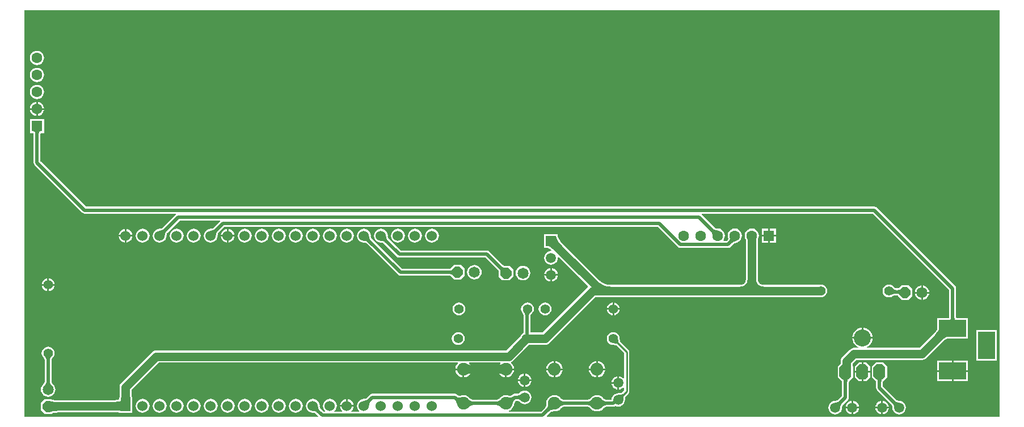
<source format=gtl>
G04*
G04 #@! TF.GenerationSoftware,Altium Limited,Altium Designer,19.0.10 (269)*
G04*
G04 Layer_Physical_Order=1*
G04 Layer_Color=255*
%FSTAX24Y24*%
%MOIN*%
G70*
G01*
G75*
%ADD10C,0.0100*%
%ADD34C,0.0500*%
%ADD35C,0.0200*%
%ADD36C,0.0591*%
%ADD37C,0.0650*%
%ADD38P,0.0704X8X22.5*%
%ADD39C,0.0551*%
%ADD40C,0.0750*%
%ADD41R,0.0630X0.0630*%
%ADD42C,0.0630*%
%ADD43R,0.0598X0.0598*%
%ADD44C,0.0598*%
%ADD45R,0.0630X0.0630*%
%ADD46R,0.0602X0.0602*%
%ADD47C,0.0602*%
%ADD48P,0.0704X8X112.5*%
G04:AMPARAMS|DCode=49|XSize=70mil|YSize=90mil|CornerRadius=0mil|HoleSize=0mil|Usage=FLASHONLY|Rotation=0.000|XOffset=0mil|YOffset=0mil|HoleType=Round|Shape=Octagon|*
%AMOCTAGOND49*
4,1,8,-0.0175,0.0450,0.0175,0.0450,0.0350,0.0275,0.0350,-0.0275,0.0175,-0.0450,-0.0175,-0.0450,-0.0350,-0.0275,-0.0350,0.0275,-0.0175,0.0450,0.0*
%
%ADD49OCTAGOND49*%

%ADD50C,0.1000*%
%ADD51R,0.1000X0.1600*%
%ADD52R,0.1600X0.1000*%
G36*
X045084Y014709D02*
X045089Y014639D01*
X045093Y014608D01*
X0451Y01458D01*
X045107Y014554D01*
X045116Y014531D01*
X045127Y01451D01*
X045138Y014492D01*
X045152Y014477D01*
X045081Y014406D01*
X045066Y014419D01*
X045048Y014431D01*
X045027Y014442D01*
X045004Y014451D01*
X044978Y014458D01*
X04495Y014464D01*
X044919Y014469D01*
X044885Y014472D01*
X044811Y014474D01*
X045083Y014747D01*
X045084Y014709D01*
D02*
G37*
G36*
X039026Y011186D02*
X039007Y011165D01*
X038988Y011141D01*
X03897Y011115D01*
X038953Y011085D01*
X038936Y011053D01*
X038904Y010979D01*
X038889Y010939D01*
X038861Y010848D01*
X038609Y011309D01*
X038648Y011299D01*
X038685Y011292D01*
X038721Y011289D01*
X038755Y01129D01*
X038787Y011294D01*
X038819Y011302D01*
X038848Y011314D01*
X038876Y011329D01*
X038903Y011348D01*
X038928Y011371D01*
X039026Y011186D01*
D02*
G37*
G36*
X045466Y011446D02*
X045452Y01143D01*
X04544Y011411D01*
X045429Y011389D01*
X04542Y011364D01*
X045412Y011336D01*
X045406Y011305D01*
X045401Y011271D01*
X045396Y011195D01*
X045395Y011153D01*
X045286Y011262D01*
X045212Y011177D01*
X045206Y011166D01*
X045201Y011157D01*
X0452Y01115D01*
X0451Y01125D01*
X045107Y011251D01*
X045116Y011256D01*
X045127Y011262D01*
X045141Y011272D01*
X045174Y0113D01*
X045213Y011336D01*
X045103Y011445D01*
X045145Y011446D01*
X045221Y011451D01*
X045255Y011456D01*
X045286Y011462D01*
X045314Y01147D01*
X045339Y011479D01*
X045361Y01149D01*
X04538Y011502D01*
X045396Y011516D01*
X045466Y011446D01*
D02*
G37*
G36*
X039389Y011093D02*
X039368Y011114D01*
X039346Y011132D01*
X039323Y011148D01*
X0393Y011162D01*
X039276Y011173D01*
X039251Y011183D01*
X039226Y01119D01*
X039199Y011196D01*
X039173Y011199D01*
X039145Y0112D01*
Y0114D01*
X039173Y011401D01*
X039199Y011404D01*
X039226Y01141D01*
X039251Y011417D01*
X039276Y011427D01*
X0393Y011438D01*
X039323Y011452D01*
X039346Y011468D01*
X039368Y011486D01*
X039389Y011507D01*
Y011093D01*
D02*
G37*
G36*
X035597Y011348D02*
X035624Y011329D01*
X035652Y011314D01*
X035681Y011302D01*
X035713Y011294D01*
X035745Y01129D01*
X035779Y011289D01*
X035815Y011292D01*
X035852Y011299D01*
X035891Y011309D01*
X035639Y010848D01*
X035625Y010895D01*
X03558Y011018D01*
X035564Y011053D01*
X03553Y011115D01*
X035512Y011141D01*
X035493Y011165D01*
X035474Y011186D01*
X035572Y011371D01*
X035597Y011348D01*
D02*
G37*
G36*
X030549Y011058D02*
X03053Y011037D01*
X030514Y011016D01*
X030499Y010993D01*
X030486Y010969D01*
X030475Y010944D01*
X030466Y010918D01*
X030459Y010891D01*
X030455Y010863D01*
X030452Y010833D01*
X030451Y010803D01*
X030153Y011101D01*
X030183Y011102D01*
X030213Y011105D01*
X030241Y011109D01*
X030268Y011116D01*
X030294Y011125D01*
X030319Y011136D01*
X030343Y011149D01*
X030366Y011164D01*
X030387Y01118D01*
X030408Y011199D01*
X030549Y011058D01*
D02*
G37*
G36*
X067496Y010154D02*
X040908D01*
X040889Y0102D01*
X041098Y01041D01*
X041112Y01042D01*
X041132Y010432D01*
X041154Y010442D01*
X041179Y010452D01*
X041207Y010459D01*
X041237Y010465D01*
X04127Y01047D01*
X041306Y010472D01*
X041335Y010473D01*
X04135Y010471D01*
X041474Y010487D01*
X04159Y010535D01*
X041689Y010611D01*
X041698Y010623D01*
X041719Y010643D01*
X041746Y010667D01*
X041773Y010687D01*
X041798Y010704D01*
X041823Y010718D01*
X041847Y010729D01*
X041871Y010738D01*
X041893Y010743D01*
X04191Y010746D01*
X04329D01*
X043307Y010743D01*
X043329Y010738D01*
X043353Y010729D01*
X043377Y010718D01*
X043402Y010704D01*
X043427Y010687D01*
X043454Y010667D01*
X043481Y010643D01*
X043502Y010623D01*
X043511Y010611D01*
X04361Y010535D01*
X043726Y010487D01*
X04385Y010471D01*
X043974Y010487D01*
X04409Y010535D01*
X044189Y010611D01*
X044198Y010623D01*
X044219Y010643D01*
X044246Y010667D01*
X044273Y010687D01*
X044298Y010704D01*
X044323Y010718D01*
X044347Y010729D01*
X044371Y010738D01*
X044393Y010743D01*
X04441Y010746D01*
X044794D01*
X044872Y010762D01*
X044923Y010795D01*
X044997Y010765D01*
X0451Y010751D01*
X045203Y010765D01*
X045299Y010805D01*
X045382Y010868D01*
X045445Y010951D01*
X045485Y011047D01*
X045499Y01115D01*
X045497Y011161D01*
X045498Y011192D01*
X045502Y011261D01*
X045506Y011287D01*
X045511Y011312D01*
X045517Y011332D01*
X045523Y011348D01*
X045529Y01136D01*
X045534Y011367D01*
X045698Y011532D01*
X045731Y011581D01*
X045743Y01164D01*
Y013968D01*
X045731Y014026D01*
X045698Y014076D01*
X045219Y014555D01*
X045215Y014562D01*
X045209Y014572D01*
X045204Y014587D01*
X045198Y014605D01*
X045194Y014626D01*
X04519Y01465D01*
X045186Y014713D01*
X045185Y014741D01*
X045187Y01475D01*
X045174Y014848D01*
X045136Y014939D01*
X045076Y015018D01*
X044997Y015078D01*
X044906Y015116D01*
X044808Y015129D01*
X04471Y015116D01*
X044618Y015078D01*
X04454Y015018D01*
X04448Y014939D01*
X044442Y014848D01*
X044429Y01475D01*
X044442Y014652D01*
X04448Y014561D01*
X04454Y014482D01*
X044618Y014422D01*
X04471Y014384D01*
X044808Y014371D01*
X044816Y014372D01*
X044879Y014371D01*
X044907Y014368D01*
X044932Y014364D01*
X044953Y014359D01*
X044971Y014354D01*
X044986Y014349D01*
X044996Y014343D01*
X045003Y014339D01*
X045437Y013905D01*
Y012438D01*
X04539Y012422D01*
X045382Y012432D01*
X045299Y012495D01*
X045203Y012535D01*
X04515Y012542D01*
Y01215D01*
Y011758D01*
X045203Y011765D01*
X045299Y011805D01*
X045382Y011868D01*
X04539Y011878D01*
X045437Y011862D01*
Y011703D01*
X045317Y011584D01*
X04531Y011579D01*
X045298Y011573D01*
X045282Y011567D01*
X045262Y011561D01*
X045237Y011556D01*
X045211Y011552D01*
X045142Y011548D01*
X045111Y011547D01*
X0451Y011549D01*
X044997Y011535D01*
X044901Y011495D01*
X044818Y011432D01*
X044755Y011349D01*
X044715Y011253D01*
X044702Y011154D01*
X04441D01*
X044393Y011157D01*
X044371Y011162D01*
X044347Y011171D01*
X044323Y011182D01*
X044298Y011196D01*
X044273Y011213D01*
X044246Y011233D01*
X044219Y011257D01*
X044198Y011277D01*
X044189Y011289D01*
X04409Y011365D01*
X043974Y011413D01*
X04385Y011429D01*
X043726Y011413D01*
X04361Y011365D01*
X043511Y011289D01*
X043502Y011277D01*
X043481Y011257D01*
X043454Y011233D01*
X043427Y011213D01*
X043402Y011196D01*
X043377Y011182D01*
X043353Y011171D01*
X043329Y011162D01*
X043307Y011157D01*
X04329Y011154D01*
X04191D01*
X041893Y011157D01*
X041871Y011162D01*
X041847Y011171D01*
X041823Y011182D01*
X041798Y011196D01*
X041773Y011213D01*
X041746Y011233D01*
X041719Y011257D01*
X041698Y011277D01*
X041689Y011289D01*
X04159Y011365D01*
X041474Y011413D01*
X04135Y011429D01*
X041226Y011413D01*
X04111Y011365D01*
X041011Y011289D01*
X040935Y01119D01*
X040887Y011074D01*
X040871Y01095D01*
X040873Y010935D01*
X040872Y010906D01*
X04087Y01087D01*
X040865Y010837D01*
X040859Y010807D01*
X040852Y010779D01*
X040842Y010754D01*
X040832Y010732D01*
X04082Y010712D01*
X04081Y010698D01*
X040566Y010454D01*
X038674D01*
X038664Y010504D01*
X03874Y010535D01*
X038839Y010611D01*
X038915Y01071D01*
X038963Y010826D01*
X038964Y010837D01*
X038986Y010906D01*
X038999Y010942D01*
X039028Y011009D01*
X039042Y011036D01*
X039056Y01106D01*
X039071Y011081D01*
X03908Y011092D01*
X039083Y011096D01*
X039174D01*
X039183Y011095D01*
X039201Y011091D01*
X039218Y011086D01*
X039235Y01108D01*
X039251Y011072D01*
X039268Y011062D01*
X039284Y011051D01*
X0393Y011037D01*
X039312Y011026D01*
X039318Y011018D01*
X039401Y010955D01*
X039497Y010915D01*
X0396Y010901D01*
X039703Y010915D01*
X039799Y010955D01*
X039882Y011018D01*
X039945Y011101D01*
X039985Y011197D01*
X039999Y0113D01*
X039985Y011403D01*
X039945Y011499D01*
X039882Y011582D01*
X039799Y011645D01*
X039703Y011685D01*
X0396Y011699D01*
X039497Y011685D01*
X039401Y011645D01*
X039318Y011582D01*
X039312Y011574D01*
X0393Y011563D01*
X039284Y011549D01*
X039268Y011538D01*
X039251Y011528D01*
X039235Y01152D01*
X039218Y011514D01*
X039201Y011509D01*
X039183Y011505D01*
X039174Y011504D01*
X038999D01*
X038921Y011488D01*
X038855Y011444D01*
X038836Y011426D01*
X038822Y011416D01*
X038805Y011407D01*
X038787Y0114D01*
X038768Y011395D01*
X038747Y011392D01*
X038724Y011391D01*
X038698Y011393D01*
X038669Y011398D01*
X03864Y011406D01*
X038624Y011413D01*
X0385Y011429D01*
X038376Y011413D01*
X03826Y011365D01*
X038161Y011289D01*
X038152Y011277D01*
X038131Y011257D01*
X038104Y011233D01*
X038077Y011213D01*
X038052Y011196D01*
X038027Y011182D01*
X038003Y011171D01*
X037979Y011162D01*
X037957Y011157D01*
X03794Y011154D01*
X03656D01*
X036543Y011157D01*
X036521Y011162D01*
X036497Y011171D01*
X036473Y011182D01*
X036448Y011196D01*
X036423Y011213D01*
X036396Y011233D01*
X036369Y011257D01*
X036348Y011277D01*
X036339Y011289D01*
X03624Y011365D01*
X036124Y011413D01*
X036Y011429D01*
X035876Y011413D01*
X03586Y011406D01*
X035831Y011398D01*
X035802Y011393D01*
X035776Y011391D01*
X035753Y011392D01*
X035732Y011395D01*
X035713Y0114D01*
X035695Y011407D01*
X035678Y011416D01*
X035664Y011426D01*
X035644Y011445D01*
X035578Y01149D01*
X0355Y011505D01*
X030651D01*
X030573Y01149D01*
X030507Y011445D01*
X030314Y011253D01*
X030306Y011246D01*
X030291Y011236D01*
X030275Y011228D01*
X030258Y01122D01*
X03024Y011214D01*
X03022Y011209D01*
X0302Y011206D01*
X030178Y011204D01*
X03016Y011203D01*
X03015Y011205D01*
X030045Y011191D01*
X029948Y01115D01*
X029864Y011086D01*
X0298Y011002D01*
X029759Y010905D01*
X029745Y0108D01*
X029759Y010695D01*
X0298Y010598D01*
X029864Y010514D01*
X02988Y010501D01*
X029864Y010454D01*
X029436D01*
X02942Y010501D01*
X029436Y010514D01*
X0295Y010598D01*
X029541Y010695D01*
X029548Y01075D01*
X02915D01*
X028752D01*
X028759Y010695D01*
X0288Y010598D01*
X028864Y010514D01*
X02888Y010501D01*
X028864Y010454D01*
X028436D01*
X02842Y010501D01*
X028436Y010514D01*
X0285Y010598D01*
X028541Y010695D01*
X028555Y0108D01*
X028541Y010905D01*
X0285Y011002D01*
X028436Y011086D01*
X028352Y01115D01*
X028255Y011191D01*
X02815Y011205D01*
X028045Y011191D01*
X027948Y01115D01*
X027864Y011086D01*
X0278Y011002D01*
X027759Y010905D01*
X027745Y0108D01*
X027759Y010695D01*
X0278Y010598D01*
X027864Y010514D01*
X02788Y010501D01*
X027864Y010454D01*
X027784D01*
X027603Y010636D01*
X027596Y010644D01*
X027586Y010659D01*
X027578Y010675D01*
X02757Y010692D01*
X027564Y01071D01*
X027559Y01073D01*
X027556Y01075D01*
X027554Y010772D01*
X027553Y01079D01*
X027555Y0108D01*
X027541Y010905D01*
X0275Y011002D01*
X027436Y011086D01*
X027352Y01115D01*
X027255Y011191D01*
X02715Y011205D01*
X027045Y011191D01*
X026948Y01115D01*
X026864Y011086D01*
X0268Y011002D01*
X026759Y010905D01*
X026745Y0108D01*
X026759Y010695D01*
X0268Y010598D01*
X026864Y010514D01*
X026948Y01045D01*
X027045Y010409D01*
X02715Y010395D01*
X02716Y010397D01*
X027178Y010396D01*
X0272Y010394D01*
X02722Y010391D01*
X02724Y010386D01*
X027258Y01038D01*
X027275Y010372D01*
X027291Y010364D01*
X027306Y010354D01*
X027314Y010347D01*
X027462Y0102D01*
X027442Y010154D01*
X010204D01*
Y034046D01*
X067496D01*
Y010154D01*
D02*
G37*
G36*
X04415Y011182D02*
X044182Y011154D01*
X044213Y01113D01*
X044245Y011108D01*
X044277Y011091D01*
X044309Y011076D01*
X044341Y011065D01*
X044373Y011056D01*
X044405Y011052D01*
X044436Y01105D01*
Y01085D01*
X044405Y010848D01*
X044373Y010843D01*
X044341Y010835D01*
X044309Y010824D01*
X044277Y010809D01*
X044245Y010791D01*
X044213Y01077D01*
X044182Y010746D01*
X04415Y010718D01*
X044118Y010688D01*
Y011213D01*
X04415Y011182D01*
D02*
G37*
G36*
X043582Y010688D02*
X04355Y010718D01*
X043518Y010746D01*
X043487Y01077D01*
X043455Y010791D01*
X043423Y010809D01*
X043391Y010824D01*
X043359Y010835D01*
X043327Y010843D01*
X043295Y010848D01*
X043264Y01085D01*
Y01105D01*
X043295Y011052D01*
X043327Y011056D01*
X043359Y011065D01*
X043391Y011076D01*
X043423Y011091D01*
X043455Y011108D01*
X043487Y01113D01*
X043518Y011154D01*
X04355Y011182D01*
X043582Y011213D01*
Y010688D01*
D02*
G37*
G36*
X04165Y011182D02*
X041682Y011154D01*
X041713Y01113D01*
X041745Y011108D01*
X041777Y011091D01*
X041809Y011076D01*
X041841Y011065D01*
X041873Y011056D01*
X041905Y011052D01*
X041936Y01105D01*
Y01085D01*
X041905Y010848D01*
X041873Y010843D01*
X041841Y010835D01*
X041809Y010824D01*
X041777Y010809D01*
X041745Y010791D01*
X041713Y01077D01*
X041682Y010746D01*
X04165Y010718D01*
X041618Y010688D01*
Y011213D01*
X04165Y011182D01*
D02*
G37*
G36*
X038232Y010688D02*
X0382Y010718D01*
X038168Y010746D01*
X038137Y01077D01*
X038105Y010791D01*
X038073Y010809D01*
X038041Y010824D01*
X038009Y010835D01*
X037977Y010843D01*
X037945Y010848D01*
X037914Y01085D01*
Y01105D01*
X037945Y011052D01*
X037977Y011056D01*
X038009Y011065D01*
X038041Y011076D01*
X038073Y011091D01*
X038105Y011108D01*
X038137Y01113D01*
X038168Y011154D01*
X0382Y011182D01*
X038232Y011213D01*
Y010688D01*
D02*
G37*
G36*
X0363Y011182D02*
X036332Y011154D01*
X036363Y01113D01*
X036395Y011108D01*
X036427Y011091D01*
X036459Y011076D01*
X036491Y011065D01*
X036523Y011056D01*
X036555Y011052D01*
X036586Y01105D01*
Y01085D01*
X036555Y010848D01*
X036523Y010843D01*
X036491Y010835D01*
X036459Y010824D01*
X036427Y010809D01*
X036395Y010791D01*
X036363Y01077D01*
X036332Y010746D01*
X0363Y010718D01*
X036268Y010688D01*
Y011213D01*
X0363Y011182D01*
D02*
G37*
G36*
X041346Y010575D02*
X041302Y010574D01*
X04126Y010571D01*
X04122Y010566D01*
X041183Y010558D01*
X041147Y010549D01*
X041115Y010536D01*
X041084Y010522D01*
X041056Y010505D01*
X04103Y010486D01*
X041006Y010465D01*
X040865Y010606D01*
X040886Y01063D01*
X040905Y010656D01*
X040922Y010684D01*
X040936Y010715D01*
X040949Y010747D01*
X040958Y010783D01*
X040966Y01082D01*
X040971Y01086D01*
X040974Y010902D01*
X040975Y010946D01*
X041346Y010575D01*
D02*
G37*
G36*
X027452Y010767D02*
X027455Y010737D01*
X027459Y010709D01*
X027466Y010682D01*
X027475Y010656D01*
X027486Y010631D01*
X027499Y010607D01*
X027514Y010584D01*
X02753Y010563D01*
X027549Y010542D01*
X027408Y010401D01*
X027387Y01042D01*
X027366Y010436D01*
X027343Y010451D01*
X027319Y010464D01*
X027294Y010475D01*
X027268Y010484D01*
X027241Y010491D01*
X027213Y010495D01*
X027183Y010498D01*
X027153Y010499D01*
X027451Y010797D01*
X027452Y010767D01*
D02*
G37*
%LPC*%
G36*
X01095Y031669D02*
X010842Y031654D01*
X010741Y031612D01*
X010654Y031546D01*
X010588Y031459D01*
X010546Y031358D01*
X010531Y03125D01*
X010546Y031142D01*
X010588Y031041D01*
X010654Y030954D01*
X010741Y030888D01*
X010842Y030846D01*
X01095Y030831D01*
X011058Y030846D01*
X011159Y030888D01*
X011246Y030954D01*
X011312Y031041D01*
X011354Y031142D01*
X011369Y03125D01*
X011354Y031358D01*
X011312Y031459D01*
X011246Y031546D01*
X011159Y031612D01*
X011058Y031654D01*
X01095Y031669D01*
D02*
G37*
G36*
Y030669D02*
X010842Y030654D01*
X010741Y030612D01*
X010654Y030546D01*
X010588Y030459D01*
X010546Y030358D01*
X010531Y03025D01*
X010546Y030142D01*
X010588Y030041D01*
X010654Y029954D01*
X010741Y029888D01*
X010842Y029846D01*
X01095Y029831D01*
X011058Y029846D01*
X011159Y029888D01*
X011246Y029954D01*
X011312Y030041D01*
X011354Y030142D01*
X011369Y03025D01*
X011354Y030358D01*
X011312Y030459D01*
X011246Y030546D01*
X011159Y030612D01*
X011058Y030654D01*
X01095Y030669D01*
D02*
G37*
G36*
Y029669D02*
X010842Y029654D01*
X010741Y029612D01*
X010654Y029546D01*
X010588Y029459D01*
X010546Y029358D01*
X010531Y02925D01*
X010546Y029142D01*
X010588Y029041D01*
X010654Y028954D01*
X010741Y028888D01*
X010842Y028846D01*
X01095Y028831D01*
X011058Y028846D01*
X011159Y028888D01*
X011246Y028954D01*
X011312Y029041D01*
X011354Y029142D01*
X011369Y02925D01*
X011354Y029358D01*
X011312Y029459D01*
X011246Y029546D01*
X011159Y029612D01*
X011058Y029654D01*
X01095Y029669D01*
D02*
G37*
G36*
X011Y028662D02*
Y0283D01*
X011362D01*
X011354Y028358D01*
X011312Y028459D01*
X011246Y028546D01*
X011159Y028612D01*
X011058Y028654D01*
X011Y028662D01*
D02*
G37*
G36*
X0109D02*
X010842Y028654D01*
X010741Y028612D01*
X010654Y028546D01*
X010588Y028459D01*
X010546Y028358D01*
X010538Y0283D01*
X0109D01*
Y028662D01*
D02*
G37*
G36*
X011362Y0282D02*
X011D01*
Y027838D01*
X011058Y027846D01*
X011159Y027888D01*
X011246Y027954D01*
X011312Y028041D01*
X011354Y028142D01*
X011362Y0282D01*
D02*
G37*
G36*
X0109D02*
X010538D01*
X010546Y028142D01*
X010588Y028041D01*
X010654Y027954D01*
X010741Y027888D01*
X010842Y027846D01*
X0109Y027838D01*
Y0282D01*
D02*
G37*
G36*
X054365Y021215D02*
X054D01*
Y02085D01*
X054365D01*
Y021215D01*
D02*
G37*
G36*
X0222Y021198D02*
Y02085D01*
X022548D01*
X022541Y020905D01*
X0225Y021002D01*
X022436Y021086D01*
X022352Y02115D01*
X022255Y021191D01*
X0222Y021198D01*
D02*
G37*
G36*
X0162D02*
Y02085D01*
X016548D01*
X016541Y020905D01*
X0165Y021002D01*
X016436Y021086D01*
X016352Y02115D01*
X016255Y021191D01*
X0162Y021198D01*
D02*
G37*
G36*
X0221D02*
X022045Y021191D01*
X021948Y02115D01*
X021864Y021086D01*
X0218Y021002D01*
X021759Y020905D01*
X021752Y02085D01*
X0221D01*
Y021198D01*
D02*
G37*
G36*
X0161D02*
X016045Y021191D01*
X015948Y02115D01*
X015864Y021086D01*
X0158Y021002D01*
X015759Y020905D01*
X015752Y02085D01*
X0161D01*
Y021198D01*
D02*
G37*
G36*
X0539Y021215D02*
X053535D01*
Y02085D01*
X0539D01*
Y021215D01*
D02*
G37*
G36*
X022548Y02075D02*
X0222D01*
Y020402D01*
X022255Y020409D01*
X022352Y02045D01*
X022436Y020514D01*
X0225Y020598D01*
X022541Y020695D01*
X022548Y02075D01*
D02*
G37*
G36*
X016548D02*
X0162D01*
Y020402D01*
X016255Y020409D01*
X016352Y02045D01*
X016436Y020514D01*
X0165Y020598D01*
X016541Y020695D01*
X016548Y02075D01*
D02*
G37*
G36*
X0221D02*
X021752D01*
X021759Y020695D01*
X0218Y020598D01*
X021864Y020514D01*
X021948Y02045D01*
X022045Y020409D01*
X0221Y020402D01*
Y02075D01*
D02*
G37*
G36*
X0161D02*
X015752D01*
X015759Y020695D01*
X0158Y020598D01*
X015864Y020514D01*
X015948Y02045D01*
X016045Y020409D01*
X0161Y020402D01*
Y02075D01*
D02*
G37*
G36*
X03415Y021205D02*
X034045Y021191D01*
X033948Y02115D01*
X033864Y021086D01*
X0338Y021002D01*
X033759Y020905D01*
X033745Y0208D01*
X033759Y020695D01*
X0338Y020598D01*
X033864Y020514D01*
X033948Y02045D01*
X034045Y020409D01*
X03415Y020395D01*
X034255Y020409D01*
X034352Y02045D01*
X034436Y020514D01*
X0345Y020598D01*
X034541Y020695D01*
X034555Y0208D01*
X034541Y020905D01*
X0345Y021002D01*
X034436Y021086D01*
X034352Y02115D01*
X034255Y021191D01*
X03415Y021205D01*
D02*
G37*
G36*
X03315D02*
X033045Y021191D01*
X032948Y02115D01*
X032864Y021086D01*
X0328Y021002D01*
X032759Y020905D01*
X032745Y0208D01*
X032759Y020695D01*
X0328Y020598D01*
X032864Y020514D01*
X032948Y02045D01*
X033045Y020409D01*
X03315Y020395D01*
X033255Y020409D01*
X033352Y02045D01*
X033436Y020514D01*
X0335Y020598D01*
X033541Y020695D01*
X033555Y0208D01*
X033541Y020905D01*
X0335Y021002D01*
X033436Y021086D01*
X033352Y02115D01*
X033255Y021191D01*
X03315Y021205D01*
D02*
G37*
G36*
X03215D02*
X032045Y021191D01*
X031948Y02115D01*
X031864Y021086D01*
X0318Y021002D01*
X031759Y020905D01*
X031745Y0208D01*
X031759Y020695D01*
X0318Y020598D01*
X031864Y020514D01*
X031948Y02045D01*
X032045Y020409D01*
X03215Y020395D01*
X032255Y020409D01*
X032352Y02045D01*
X032436Y020514D01*
X0325Y020598D01*
X032541Y020695D01*
X032555Y0208D01*
X032541Y020905D01*
X0325Y021002D01*
X032436Y021086D01*
X032352Y02115D01*
X032255Y021191D01*
X03215Y021205D01*
D02*
G37*
G36*
X02915D02*
X029045Y021191D01*
X028948Y02115D01*
X028864Y021086D01*
X0288Y021002D01*
X028759Y020905D01*
X028745Y0208D01*
X028759Y020695D01*
X0288Y020598D01*
X028864Y020514D01*
X028948Y02045D01*
X029045Y020409D01*
X02915Y020395D01*
X029255Y020409D01*
X029352Y02045D01*
X029436Y020514D01*
X0295Y020598D01*
X029541Y020695D01*
X029555Y0208D01*
X029541Y020905D01*
X0295Y021002D01*
X029436Y021086D01*
X029352Y02115D01*
X029255Y021191D01*
X02915Y021205D01*
D02*
G37*
G36*
X02815D02*
X028045Y021191D01*
X027948Y02115D01*
X027864Y021086D01*
X0278Y021002D01*
X027759Y020905D01*
X027745Y0208D01*
X027759Y020695D01*
X0278Y020598D01*
X027864Y020514D01*
X027948Y02045D01*
X028045Y020409D01*
X02815Y020395D01*
X028255Y020409D01*
X028352Y02045D01*
X028436Y020514D01*
X0285Y020598D01*
X028541Y020695D01*
X028555Y0208D01*
X028541Y020905D01*
X0285Y021002D01*
X028436Y021086D01*
X028352Y02115D01*
X028255Y021191D01*
X02815Y021205D01*
D02*
G37*
G36*
X02715D02*
X027045Y021191D01*
X026948Y02115D01*
X026864Y021086D01*
X0268Y021002D01*
X026759Y020905D01*
X026745Y0208D01*
X026759Y020695D01*
X0268Y020598D01*
X026864Y020514D01*
X026948Y02045D01*
X027045Y020409D01*
X02715Y020395D01*
X027255Y020409D01*
X027352Y02045D01*
X027436Y020514D01*
X0275Y020598D01*
X027541Y020695D01*
X027555Y0208D01*
X027541Y020905D01*
X0275Y021002D01*
X027436Y021086D01*
X027352Y02115D01*
X027255Y021191D01*
X02715Y021205D01*
D02*
G37*
G36*
X02615D02*
X026045Y021191D01*
X025948Y02115D01*
X025864Y021086D01*
X0258Y021002D01*
X025759Y020905D01*
X025745Y0208D01*
X025759Y020695D01*
X0258Y020598D01*
X025864Y020514D01*
X025948Y02045D01*
X026045Y020409D01*
X02615Y020395D01*
X026255Y020409D01*
X026352Y02045D01*
X026436Y020514D01*
X0265Y020598D01*
X026541Y020695D01*
X026555Y0208D01*
X026541Y020905D01*
X0265Y021002D01*
X026436Y021086D01*
X026352Y02115D01*
X026255Y021191D01*
X02615Y021205D01*
D02*
G37*
G36*
X02515D02*
X025045Y021191D01*
X024948Y02115D01*
X024864Y021086D01*
X0248Y021002D01*
X024759Y020905D01*
X024745Y0208D01*
X024759Y020695D01*
X0248Y020598D01*
X024864Y020514D01*
X024948Y02045D01*
X025045Y020409D01*
X02515Y020395D01*
X025255Y020409D01*
X025352Y02045D01*
X025436Y020514D01*
X0255Y020598D01*
X025541Y020695D01*
X025555Y0208D01*
X025541Y020905D01*
X0255Y021002D01*
X025436Y021086D01*
X025352Y02115D01*
X025255Y021191D01*
X02515Y021205D01*
D02*
G37*
G36*
X02415D02*
X024045Y021191D01*
X023948Y02115D01*
X023864Y021086D01*
X0238Y021002D01*
X023759Y020905D01*
X023745Y0208D01*
X023759Y020695D01*
X0238Y020598D01*
X023864Y020514D01*
X023948Y02045D01*
X024045Y020409D01*
X02415Y020395D01*
X024255Y020409D01*
X024352Y02045D01*
X024436Y020514D01*
X0245Y020598D01*
X024541Y020695D01*
X024555Y0208D01*
X024541Y020905D01*
X0245Y021002D01*
X024436Y021086D01*
X024352Y02115D01*
X024255Y021191D01*
X02415Y021205D01*
D02*
G37*
G36*
X02315D02*
X023045Y021191D01*
X022948Y02115D01*
X022864Y021086D01*
X0228Y021002D01*
X022759Y020905D01*
X022745Y0208D01*
X022759Y020695D01*
X0228Y020598D01*
X022864Y020514D01*
X022948Y02045D01*
X023045Y020409D01*
X02315Y020395D01*
X023255Y020409D01*
X023352Y02045D01*
X023436Y020514D01*
X0235Y020598D01*
X023541Y020695D01*
X023555Y0208D01*
X023541Y020905D01*
X0235Y021002D01*
X023436Y021086D01*
X023352Y02115D01*
X023255Y021191D01*
X02315Y021205D01*
D02*
G37*
G36*
X02015D02*
X020045Y021191D01*
X019948Y02115D01*
X019864Y021086D01*
X0198Y021002D01*
X019759Y020905D01*
X019745Y0208D01*
X019759Y020695D01*
X0198Y020598D01*
X019864Y020514D01*
X019948Y02045D01*
X020045Y020409D01*
X02015Y020395D01*
X020255Y020409D01*
X020352Y02045D01*
X020436Y020514D01*
X0205Y020598D01*
X020541Y020695D01*
X020555Y0208D01*
X020541Y020905D01*
X0205Y021002D01*
X020436Y021086D01*
X020352Y02115D01*
X020255Y021191D01*
X02015Y021205D01*
D02*
G37*
G36*
X01915D02*
X019045Y021191D01*
X018948Y02115D01*
X018864Y021086D01*
X0188Y021002D01*
X018759Y020905D01*
X018745Y0208D01*
X018759Y020695D01*
X0188Y020598D01*
X018864Y020514D01*
X018948Y02045D01*
X019045Y020409D01*
X01915Y020395D01*
X019255Y020409D01*
X019352Y02045D01*
X019436Y020514D01*
X0195Y020598D01*
X019541Y020695D01*
X019555Y0208D01*
X019541Y020905D01*
X0195Y021002D01*
X019436Y021086D01*
X019352Y02115D01*
X019255Y021191D01*
X01915Y021205D01*
D02*
G37*
G36*
X01715D02*
X017045Y021191D01*
X016948Y02115D01*
X016864Y021086D01*
X0168Y021002D01*
X016759Y020905D01*
X016745Y0208D01*
X016759Y020695D01*
X0168Y020598D01*
X016864Y020514D01*
X016948Y02045D01*
X017045Y020409D01*
X01715Y020395D01*
X017255Y020409D01*
X017352Y02045D01*
X017436Y020514D01*
X0175Y020598D01*
X017541Y020695D01*
X017555Y0208D01*
X017541Y020905D01*
X0175Y021002D01*
X017436Y021086D01*
X017352Y02115D01*
X017255Y021191D01*
X01715Y021205D01*
D02*
G37*
G36*
X054365Y02075D02*
X054D01*
Y020385D01*
X054365D01*
Y02075D01*
D02*
G37*
G36*
X0539D02*
X053535D01*
Y020385D01*
X0539D01*
Y02075D01*
D02*
G37*
G36*
X0412Y018896D02*
Y01855D01*
X041546D01*
X041539Y018604D01*
X041499Y018701D01*
X041435Y018785D01*
X041351Y018849D01*
X041254Y018889D01*
X0412Y018896D01*
D02*
G37*
G36*
X0411D02*
X041046Y018889D01*
X040949Y018849D01*
X040865Y018785D01*
X040801Y018701D01*
X040761Y018604D01*
X040754Y01855D01*
X0411D01*
Y018896D01*
D02*
G37*
G36*
X03015Y021205D02*
X030045Y021191D01*
X029948Y02115D01*
X029864Y021086D01*
X0298Y021002D01*
X029759Y020905D01*
X029745Y0208D01*
X029759Y020695D01*
X0298Y020598D01*
X029864Y020514D01*
X029948Y02045D01*
X030045Y020409D01*
X03015Y020395D01*
X03016Y020397D01*
X030178Y020396D01*
X0302Y020394D01*
X03022Y020391D01*
X03024Y020386D01*
X030258Y02038D01*
X030275Y020372D01*
X030291Y020364D01*
X030306Y020354D01*
X030314Y020347D01*
X032156Y018506D01*
X032222Y018462D01*
X0323Y018446D01*
X035181D01*
X035202Y018445D01*
X035225Y018441D01*
Y018438D01*
X035438Y018225D01*
X035863D01*
X036075Y018438D01*
Y018863D01*
X035863Y019075D01*
X035438D01*
X035225Y018863D01*
Y018859D01*
X035176Y018854D01*
X032384D01*
X030603Y020636D01*
X030596Y020644D01*
X030586Y020659D01*
X030578Y020675D01*
X03057Y020692D01*
X030564Y02071D01*
X030559Y02073D01*
X030556Y02075D01*
X030554Y020772D01*
X030553Y02079D01*
X030555Y0208D01*
X030541Y020905D01*
X0305Y021002D01*
X030436Y021086D01*
X030352Y02115D01*
X030255Y021191D01*
X03015Y021205D01*
D02*
G37*
G36*
X03665Y019079D02*
X036539Y019064D01*
X036436Y019021D01*
X036347Y018953D01*
X036279Y018864D01*
X036236Y018761D01*
X036221Y01865D01*
X036236Y018539D01*
X036279Y018436D01*
X036347Y018347D01*
X036436Y018279D01*
X036539Y018236D01*
X03665Y018221D01*
X036761Y018236D01*
X036864Y018279D01*
X036953Y018347D01*
X037021Y018436D01*
X037064Y018539D01*
X037079Y01865D01*
X037064Y018761D01*
X037021Y018864D01*
X036953Y018953D01*
X036864Y019021D01*
X036761Y019064D01*
X03665Y019079D01*
D02*
G37*
G36*
X03115Y021205D02*
X031045Y021191D01*
X030948Y02115D01*
X030864Y021086D01*
X0308Y021002D01*
X030759Y020905D01*
X030745Y0208D01*
X030759Y020695D01*
X0308Y020598D01*
X030864Y020514D01*
X030948Y02045D01*
X031045Y020409D01*
X03115Y020395D01*
X03116Y020397D01*
X031178Y020396D01*
X0312Y020394D01*
X03122Y020391D01*
X03124Y020386D01*
X031258Y02038D01*
X031275Y020372D01*
X031291Y020364D01*
X031306Y020354D01*
X031314Y020347D01*
X032084Y019578D01*
X03215Y019534D01*
X032228Y019518D01*
X032228Y019518D01*
X037293D01*
X038019Y018793D01*
X038037Y018772D01*
X03806Y018743D01*
X038075Y018721D01*
Y018388D01*
X038287Y018175D01*
X038712D01*
X038925Y018388D01*
Y018813D01*
X038712Y019025D01*
X038379D01*
X038358Y019039D01*
X038303Y019085D01*
X037522Y019866D01*
X037456Y01991D01*
X037378Y019926D01*
X032312D01*
X031603Y020636D01*
X031596Y020644D01*
X031586Y020659D01*
X031578Y020675D01*
X03157Y020692D01*
X031564Y02071D01*
X031559Y02073D01*
X031556Y02075D01*
X031554Y020772D01*
X031553Y02079D01*
X031555Y0208D01*
X031541Y020905D01*
X0315Y021002D01*
X031436Y021086D01*
X031352Y02115D01*
X031255Y021191D01*
X03115Y021205D01*
D02*
G37*
G36*
X0395Y019029D02*
X039389Y019014D01*
X039286Y018971D01*
X039197Y018903D01*
X039129Y018814D01*
X039086Y018711D01*
X039071Y0186D01*
X039086Y018489D01*
X039129Y018386D01*
X039197Y018297D01*
X039286Y018229D01*
X039389Y018186D01*
X0395Y018171D01*
X039611Y018186D01*
X039714Y018229D01*
X039803Y018297D01*
X039871Y018386D01*
X039914Y018489D01*
X039929Y0186D01*
X039914Y018711D01*
X039871Y018814D01*
X039803Y018903D01*
X039714Y018971D01*
X039611Y019014D01*
X0395Y019029D01*
D02*
G37*
G36*
X041546Y01845D02*
X0412D01*
Y018104D01*
X041254Y018111D01*
X041351Y018151D01*
X041435Y018215D01*
X041499Y018299D01*
X041539Y018396D01*
X041546Y01845D01*
D02*
G37*
G36*
X0411D02*
X040754D01*
X040761Y018396D01*
X040801Y018299D01*
X040865Y018215D01*
X040949Y018151D01*
X041046Y018111D01*
X0411Y018104D01*
Y01845D01*
D02*
G37*
G36*
X01165Y01828D02*
Y017958D01*
X011972D01*
X011966Y018006D01*
X011928Y018097D01*
X011868Y018176D01*
X011789Y018236D01*
X011698Y018274D01*
X01165Y01828D01*
D02*
G37*
G36*
X01155D02*
X011502Y018274D01*
X011411Y018236D01*
X011332Y018176D01*
X011272Y018097D01*
X011234Y018006D01*
X011228Y017958D01*
X01155D01*
Y01828D01*
D02*
G37*
G36*
X05295Y021219D02*
X052842Y021204D01*
X052741Y021162D01*
X052654Y021096D01*
X052588Y021009D01*
X052546Y020908D01*
X052531Y0208D01*
X052546Y020692D01*
X052588Y020591D01*
X052597Y020578D01*
Y018283D01*
X052594Y018217D01*
X052581Y018145D01*
X052561Y018086D01*
X052535Y018037D01*
X052503Y017997D01*
X052463Y017965D01*
X052414Y017939D01*
X052355Y017919D01*
X052283Y017906D01*
X052217Y017903D01*
X044676D01*
X044612Y017905D01*
X044525Y017915D01*
X04444Y017931D01*
X044358Y017954D01*
X044279Y017983D01*
X044203Y018018D01*
X044129Y01806D01*
X044058Y018108D01*
X043989Y018164D01*
X043942Y018207D01*
X041855Y020294D01*
X041751Y020406D01*
X041702Y020466D01*
X041659Y020525D01*
X041624Y02058D01*
X041596Y020631D01*
X041575Y020679D01*
X041561Y020723D01*
X041553Y020762D01*
X04155Y020805D01*
X041549Y020807D01*
Y020899D01*
X041452D01*
X041448Y0209D01*
X041444Y020899D01*
X041441Y0209D01*
X041439Y020899D01*
X040751D01*
Y020211D01*
X04075Y020209D01*
X040751Y020206D01*
X04075Y020202D01*
X040751Y020198D01*
Y020101D01*
X040843D01*
X040845Y0201D01*
X040888Y020097D01*
X040927Y020089D01*
X040971Y020075D01*
X041019Y020054D01*
X04107Y020026D01*
X041125Y019991D01*
X041183Y019949D01*
X041185Y019946D01*
X041165Y019901D01*
X04115Y019903D01*
X041046Y019889D01*
X040949Y019849D01*
X040865Y019785D01*
X040801Y019701D01*
X040761Y019604D01*
X040747Y0195D01*
X040761Y019396D01*
X040801Y019299D01*
X040865Y019215D01*
X040949Y019151D01*
X041046Y019111D01*
X04115Y019097D01*
X041254Y019111D01*
X041351Y019151D01*
X041435Y019215D01*
X041499Y019299D01*
X041539Y019396D01*
X041553Y0195D01*
X041549Y019532D01*
X041596Y019555D01*
X043313Y017838D01*
X043313Y01777D01*
X040646Y015103D01*
X039937D01*
Y016098D01*
X039938Y016106D01*
X039941Y016121D01*
X039945Y016136D01*
X039951Y016149D01*
X039957Y016162D01*
X039965Y016174D01*
X039974Y016185D01*
X039984Y016196D01*
X04Y01621D01*
X040003Y016215D01*
X040026Y016232D01*
X040086Y016311D01*
X040124Y016402D01*
X040137Y0165D01*
X040124Y016598D01*
X040086Y016689D01*
X040026Y016768D01*
X039947Y016828D01*
X039856Y016866D01*
X039758Y016879D01*
X03966Y016866D01*
X039568Y016828D01*
X03949Y016768D01*
X03943Y016689D01*
X039392Y016598D01*
X039379Y0165D01*
X039392Y016402D01*
X03943Y016311D01*
X039464Y016266D01*
X039468Y016258D01*
X039482Y01624D01*
X039492Y016225D01*
X039502Y01621D01*
X039509Y016194D01*
X039516Y016178D01*
X039521Y016162D01*
X039525Y016145D01*
X039528Y016127D01*
X039529Y016121D01*
Y015082D01*
X039518Y015078D01*
X03944Y015018D01*
X03938Y014939D01*
X039367Y014908D01*
X038512Y014053D01*
X01795D01*
X017859Y014041D01*
X017773Y014006D01*
X0177Y01395D01*
X0159Y01215D01*
X015844Y012077D01*
X015809Y011991D01*
X015797Y0119D01*
Y011541D01*
X015794Y011349D01*
X015786Y011235D01*
X015782Y011201D01*
X015749D01*
Y011152D01*
X015747Y011151D01*
X015713Y011145D01*
X015447Y011128D01*
X012199D01*
X011989Y011135D01*
X011885Y011144D01*
X011851Y011149D01*
X011835Y011153D01*
X011812Y011175D01*
X011766D01*
X011762Y011176D01*
X011758Y011175D01*
X011387D01*
X011175Y010963D01*
Y010538D01*
X011387Y010325D01*
X01175D01*
X01175Y010325D01*
X011751Y010325D01*
X011758D01*
X011762Y010324D01*
X011766Y010325D01*
X011812D01*
X011852Y010365D01*
X011859Y010369D01*
X011888Y010379D01*
X011928Y01039D01*
X011975Y010399D01*
X012268Y010422D01*
X01553D01*
X015749Y010415D01*
Y010399D01*
X015846D01*
X01585Y010398D01*
X015851Y010398D01*
X015853Y010398D01*
X015856Y010399D01*
X016551D01*
Y01109D01*
X016552Y011091D01*
X016551Y011094D01*
Y011096D01*
X016552Y0111D01*
X016551Y011104D01*
Y011201D01*
X016523D01*
X016503Y0115D01*
Y011754D01*
X018096Y013347D01*
X035659D01*
X035675Y0133D01*
X035661Y013289D01*
X035585Y01319D01*
X035537Y013074D01*
X035527Y013D01*
X036268D01*
Y013212D01*
X036272Y01321D01*
X036281Y013208D01*
X036294Y013206D01*
X036333Y013203D01*
X036406Y013201D01*
X036339Y013289D01*
X036325Y0133D01*
X036341Y013347D01*
X038159D01*
X038175Y0133D01*
X038161Y013289D01*
X038097Y013205D01*
X038232Y013212D01*
Y013D01*
X038973D01*
X038963Y013074D01*
X038915Y01319D01*
X038839Y013289D01*
X038794Y013323D01*
X038801Y013381D01*
X038834Y013394D01*
X038907Y01345D01*
X039854Y014397D01*
X040663D01*
X040694Y014384D01*
X040792Y014371D01*
X04089Y014384D01*
X040982Y014422D01*
X04106Y014482D01*
X04112Y014561D01*
X041133Y014592D01*
X043738Y017197D01*
X056863D01*
X056894Y017184D01*
X056992Y017171D01*
X05709Y017184D01*
X057182Y017222D01*
X05726Y017282D01*
X05732Y017361D01*
X057358Y017452D01*
X057371Y01755D01*
X057358Y017648D01*
X05732Y017739D01*
X05726Y017818D01*
X057182Y017878D01*
X05709Y017916D01*
X056992Y017929D01*
X056894Y017916D01*
X056863Y017903D01*
X053683D01*
X053617Y017906D01*
X053545Y017919D01*
X053486Y017939D01*
X053437Y017965D01*
X053397Y017997D01*
X053365Y018037D01*
X053339Y018086D01*
X053319Y018145D01*
X053306Y018217D01*
X053303Y018283D01*
Y020578D01*
X053312Y020591D01*
X053354Y020692D01*
X053369Y0208D01*
X053354Y020908D01*
X053312Y021009D01*
X053246Y021096D01*
X053159Y021162D01*
X053058Y021204D01*
X05295Y021219D01*
D02*
G37*
G36*
X011972Y017858D02*
X01165D01*
Y017536D01*
X011698Y017542D01*
X011789Y01758D01*
X011868Y01764D01*
X011928Y017718D01*
X011966Y01781D01*
X011972Y017858D01*
D02*
G37*
G36*
X01155D02*
X011228D01*
X011234Y01781D01*
X011272Y017718D01*
X011332Y01764D01*
X011411Y01758D01*
X011502Y017542D01*
X01155Y017536D01*
Y017858D01*
D02*
G37*
G36*
X063Y017872D02*
Y0175D01*
X063372D01*
X063364Y017561D01*
X063321Y017664D01*
X063253Y017753D01*
X063164Y017821D01*
X063061Y017864D01*
X063Y017872D01*
D02*
G37*
G36*
X0629D02*
X062839Y017864D01*
X062736Y017821D01*
X062647Y017753D01*
X062579Y017664D01*
X062536Y017561D01*
X062528Y0175D01*
X0629D01*
Y017872D01*
D02*
G37*
G36*
X063372Y0174D02*
X063D01*
Y017028D01*
X063061Y017036D01*
X063164Y017079D01*
X063253Y017147D01*
X063321Y017236D01*
X063364Y017339D01*
X063372Y0174D01*
D02*
G37*
G36*
X0629D02*
X062528D01*
X062536Y017339D01*
X062579Y017236D01*
X062647Y017147D01*
X062736Y017079D01*
X062839Y017036D01*
X0629Y017028D01*
Y0174D01*
D02*
G37*
G36*
X061008Y017929D02*
X06091Y017916D01*
X060818Y017878D01*
X06074Y017818D01*
X06068Y017739D01*
X060642Y017648D01*
X060629Y01755D01*
X060642Y017452D01*
X06068Y017361D01*
X06074Y017282D01*
X060818Y017222D01*
X06091Y017184D01*
X061008Y017171D01*
X061106Y017184D01*
X061197Y017222D01*
X061217Y017237D01*
X061223Y01724D01*
X061242Y017252D01*
X061259Y017262D01*
X061276Y01727D01*
X061293Y017278D01*
X06131Y017284D01*
X061328Y017289D01*
X061346Y017293D01*
X061365Y017296D01*
X061369Y017296D01*
X061476D01*
X061494Y017295D01*
X061518Y017291D01*
X061525Y017289D01*
Y017237D01*
X061737Y017025D01*
X062162D01*
X062375Y017237D01*
Y017663D01*
X062162Y017875D01*
X061737D01*
X061578Y017715D01*
X061577Y017715D01*
X06155Y01771D01*
X061483Y017704D01*
X061416D01*
X061409Y017705D01*
X061394Y017708D01*
X061381Y017712D01*
X061369Y017717D01*
X061358Y017723D01*
X061349Y01773D01*
X061339Y017739D01*
X06133Y017749D01*
X061318Y017765D01*
X061312Y01777D01*
X061276Y017818D01*
X061197Y017878D01*
X061106Y017916D01*
X061008Y017929D01*
D02*
G37*
G36*
X044858Y016872D02*
Y01655D01*
X04518D01*
X045174Y016598D01*
X045136Y016689D01*
X045076Y016768D01*
X044997Y016828D01*
X044906Y016866D01*
X044858Y016872D01*
D02*
G37*
G36*
X044758D02*
X04471Y016866D01*
X044618Y016828D01*
X04454Y016768D01*
X04448Y016689D01*
X044442Y016598D01*
X044436Y01655D01*
X044758D01*
Y016872D01*
D02*
G37*
G36*
X04518Y01645D02*
X044858D01*
Y016128D01*
X044906Y016134D01*
X044997Y016172D01*
X045076Y016232D01*
X045136Y016311D01*
X045174Y016402D01*
X04518Y01645D01*
D02*
G37*
G36*
X044758D02*
X044436D01*
X044442Y016402D01*
X04448Y016311D01*
X04454Y016232D01*
X044618Y016172D01*
X04471Y016134D01*
X044758Y016128D01*
Y01645D01*
D02*
G37*
G36*
X040792Y016879D02*
X040694Y016866D01*
X040603Y016828D01*
X040524Y016768D01*
X040464Y016689D01*
X040426Y016598D01*
X040413Y0165D01*
X040426Y016402D01*
X040464Y016311D01*
X040524Y016232D01*
X040603Y016172D01*
X040694Y016134D01*
X040792Y016121D01*
X04089Y016134D01*
X040982Y016172D01*
X04106Y016232D01*
X04112Y016311D01*
X041158Y016402D01*
X041171Y0165D01*
X041158Y016598D01*
X04112Y016689D01*
X04106Y016768D01*
X040982Y016828D01*
X04089Y016866D01*
X040792Y016879D01*
D02*
G37*
G36*
X035742D02*
X035644Y016866D01*
X035553Y016828D01*
X035474Y016768D01*
X035414Y016689D01*
X035376Y016598D01*
X035363Y0165D01*
X035376Y016402D01*
X035414Y016311D01*
X035474Y016232D01*
X035553Y016172D01*
X035644Y016134D01*
X035742Y016121D01*
X03584Y016134D01*
X035932Y016172D01*
X03601Y016232D01*
X03607Y016311D01*
X036108Y016402D01*
X036121Y0165D01*
X036108Y016598D01*
X03607Y016689D01*
X03601Y016768D01*
X035932Y016828D01*
X03584Y016866D01*
X035742Y016879D01*
D02*
G37*
G36*
X0595Y015398D02*
Y01485D01*
X060048D01*
X060041Y014918D01*
X060007Y015031D01*
X059951Y015135D01*
X059876Y015226D01*
X059785Y015301D01*
X059681Y015357D01*
X059568Y015391D01*
X0595Y015398D01*
D02*
G37*
G36*
X0594D02*
X059332Y015391D01*
X059219Y015357D01*
X059115Y015301D01*
X059024Y015226D01*
X058949Y015135D01*
X058893Y015031D01*
X058859Y014918D01*
X058852Y01485D01*
X0594D01*
Y015398D01*
D02*
G37*
G36*
X011365Y027665D02*
X010535D01*
Y026835D01*
X010736D01*
X010737Y026832D01*
X010741Y026817D01*
X010745Y026795D01*
X010746Y026781D01*
Y0251D01*
X010762Y025022D01*
X010806Y024956D01*
X013606Y022156D01*
X013672Y022112D01*
X01375Y022096D01*
X019093D01*
X019109Y022046D01*
X019106Y022044D01*
X018314Y021253D01*
X018306Y021246D01*
X018291Y021236D01*
X018275Y021228D01*
X018258Y02122D01*
X01824Y021214D01*
X01822Y021209D01*
X0182Y021206D01*
X018178Y021204D01*
X01816Y021203D01*
X01815Y021205D01*
X018045Y021191D01*
X017948Y02115D01*
X017864Y021086D01*
X0178Y021002D01*
X017759Y020905D01*
X017745Y0208D01*
X017759Y020695D01*
X0178Y020598D01*
X017864Y020514D01*
X017948Y02045D01*
X018045Y020409D01*
X01815Y020395D01*
X018255Y020409D01*
X018352Y02045D01*
X018436Y020514D01*
X0185Y020598D01*
X018541Y020695D01*
X018555Y0208D01*
X018553Y02081D01*
X018554Y020828D01*
X018556Y02085D01*
X018559Y02087D01*
X018564Y02089D01*
X01857Y020908D01*
X018578Y020925D01*
X018586Y020941D01*
X018596Y020956D01*
X018603Y020964D01*
X019334Y021696D01*
X021696D01*
X021708Y021646D01*
X021314Y021253D01*
X021306Y021246D01*
X021291Y021236D01*
X021275Y021228D01*
X021258Y02122D01*
X02124Y021214D01*
X02122Y021209D01*
X0212Y021206D01*
X021178Y021204D01*
X02116Y021203D01*
X02115Y021205D01*
X021045Y021191D01*
X020948Y02115D01*
X020864Y021086D01*
X0208Y021002D01*
X020759Y020905D01*
X020745Y0208D01*
X020759Y020695D01*
X0208Y020598D01*
X020864Y020514D01*
X020948Y02045D01*
X021045Y020409D01*
X02115Y020395D01*
X021255Y020409D01*
X021352Y02045D01*
X021436Y020514D01*
X0215Y020598D01*
X021541Y020695D01*
X021555Y0208D01*
X021553Y02081D01*
X021554Y020828D01*
X021556Y02085D01*
X021559Y02087D01*
X021564Y02089D01*
X02157Y020908D01*
X021578Y020925D01*
X021586Y020941D01*
X021596Y020956D01*
X021603Y020964D01*
X021944Y021306D01*
X047427D01*
X048593Y020141D01*
X048593Y020141D01*
X048659Y020097D01*
X048737Y020081D01*
X05155D01*
X051628Y020097D01*
X051694Y020141D01*
X051859Y020306D01*
X051866Y020311D01*
X051883Y020324D01*
X051902Y020336D01*
X051947Y020359D01*
X051969Y020369D01*
X052025Y020388D01*
X052046Y020394D01*
X052058Y020396D01*
X052159Y020438D01*
X052246Y020504D01*
X052312Y020591D01*
X052354Y020692D01*
X052369Y0208D01*
X052354Y020908D01*
X052312Y021009D01*
X052246Y021096D01*
X052159Y021162D01*
X052058Y021204D01*
X05195Y021219D01*
X051842Y021204D01*
X051741Y021162D01*
X051654Y021096D01*
X051588Y021009D01*
X051546Y020908D01*
X051531Y0208D01*
X051546Y020692D01*
X05155Y020682D01*
X051553Y020668D01*
X051556Y020649D01*
X051556Y020631D01*
X051555Y020616D01*
X051552Y020601D01*
X051548Y020587D01*
X051541Y020573D01*
X051533Y020559D01*
X051526Y020549D01*
X051466Y020489D01*
X051297D01*
X051273Y020539D01*
X051312Y020591D01*
X051354Y020692D01*
X051369Y0208D01*
X051354Y020908D01*
X051312Y021009D01*
X051246Y021096D01*
X051159Y021162D01*
X051058Y021204D01*
X05095Y021219D01*
X050939Y021217D01*
X050919Y021218D01*
X050895Y02122D01*
X050872Y021223D01*
X05085Y021228D01*
X05083Y021235D01*
X050812Y021243D01*
X050795Y021252D01*
X050778Y021262D01*
X050769Y021269D01*
X049994Y022044D01*
X049991Y022046D01*
X050007Y022096D01*
X060066D01*
X064546Y017616D01*
Y016004D01*
X064545Y015989D01*
X064541Y015968D01*
X064537Y015953D01*
X064536Y01595D01*
X06385D01*
Y015562D01*
X063849Y015558D01*
X06385Y015554D01*
Y015322D01*
X063822Y015273D01*
X063771Y0152D01*
X063621Y015022D01*
X063567Y014966D01*
X062804Y014203D01*
X059712D01*
X059699Y014253D01*
X059785Y014299D01*
X059876Y014374D01*
X059951Y014465D01*
X060007Y014569D01*
X060041Y014682D01*
X060048Y01475D01*
X058852D01*
X058859Y014682D01*
X058893Y014569D01*
X058949Y014465D01*
X059024Y014374D01*
X059115Y014299D01*
X059201Y014253D01*
X059188Y014203D01*
X05895D01*
X058859Y014191D01*
X058773Y014156D01*
X0587Y0141D01*
X058272Y013671D01*
X058216Y013598D01*
X05818Y013513D01*
X058168Y013421D01*
Y013293D01*
X058Y013125D01*
Y012475D01*
X058225Y01225D01*
X05824D01*
X058241Y012248D01*
X058242Y012239D01*
X058246Y012177D01*
Y011384D01*
X058007Y011145D01*
X058Y01114D01*
X057985Y01113D01*
X057969Y011121D01*
X057952Y011114D01*
X057935Y011108D01*
X057917Y011103D01*
X057897Y0111D01*
X057876Y011098D01*
X05786Y011097D01*
X05785Y011099D01*
X057747Y011085D01*
X057651Y011045D01*
X057568Y010982D01*
X057505Y010899D01*
X057465Y010803D01*
X057451Y0107D01*
X057465Y010597D01*
X057505Y010501D01*
X057568Y010418D01*
X057651Y010355D01*
X057747Y010315D01*
X05785Y010301D01*
X057953Y010315D01*
X058049Y010355D01*
X058132Y010418D01*
X058195Y010501D01*
X058235Y010597D01*
X058249Y0107D01*
X058247Y01071D01*
X058248Y010726D01*
X05825Y010747D01*
X058253Y010767D01*
X058258Y010785D01*
X058264Y010802D01*
X058271Y010819D01*
X05828Y010835D01*
X05829Y01085D01*
X058295Y010857D01*
X058594Y011156D01*
X058638Y011222D01*
X058654Y0113D01*
Y012191D01*
X058655Y012215D01*
X058655Y012221D01*
X058659Y012248D01*
X05866Y01225D01*
X058675D01*
X0589Y012475D01*
Y013125D01*
X058874Y013151D01*
Y013275D01*
X059096Y013497D01*
X06295D01*
X063041Y013509D01*
X063127Y013544D01*
X0632Y0136D01*
X064043Y014444D01*
X064216Y014604D01*
X064299Y01467D01*
X064373Y014722D01*
X064422Y01475D01*
X064654D01*
X064658Y014749D01*
X064662Y01475D01*
X06565D01*
Y01595D01*
X064964D01*
X064963Y015953D01*
X064959Y015968D01*
X064955Y015989D01*
X064954Y016004D01*
Y0177D01*
X064938Y017778D01*
X064894Y017844D01*
X060294Y022444D01*
X060228Y022488D01*
X06015Y022504D01*
X013834D01*
X011154Y025184D01*
Y026781D01*
X011155Y026795D01*
X011159Y026817D01*
X011163Y026832D01*
X011164Y026835D01*
X011365D01*
Y027665D01*
D02*
G37*
G36*
X035692Y015129D02*
X035594Y015116D01*
X035503Y015078D01*
X035424Y015018D01*
X035364Y014939D01*
X035326Y014848D01*
X035313Y01475D01*
X035326Y014652D01*
X035364Y014561D01*
X035424Y014482D01*
X035503Y014422D01*
X035594Y014384D01*
X035692Y014371D01*
X03579Y014384D01*
X035882Y014422D01*
X03596Y014482D01*
X03602Y014561D01*
X036058Y014652D01*
X036071Y01475D01*
X036058Y014848D01*
X03602Y014939D01*
X03596Y015018D01*
X035882Y015078D01*
X03579Y015116D01*
X035692Y015129D01*
D02*
G37*
G36*
X06735Y01525D02*
X06615D01*
Y01345D01*
X06735D01*
Y01525D01*
D02*
G37*
G36*
X0439Y013423D02*
Y013D01*
X044323D01*
X044313Y013074D01*
X044265Y01319D01*
X044189Y013289D01*
X04409Y013365D01*
X043974Y013413D01*
X0439Y013423D01*
D02*
G37*
G36*
X0438D02*
X043726Y013413D01*
X04361Y013365D01*
X043511Y013289D01*
X043435Y01319D01*
X043387Y013074D01*
X043377Y013D01*
X0438D01*
Y013423D01*
D02*
G37*
G36*
X0414D02*
Y013D01*
X041823D01*
X041813Y013074D01*
X041765Y01319D01*
X041689Y013289D01*
X04159Y013365D01*
X041474Y013413D01*
X0414Y013423D01*
D02*
G37*
G36*
X0413D02*
X041226Y013413D01*
X04111Y013365D01*
X041011Y013289D01*
X040935Y01319D01*
X040887Y013074D01*
X040877Y013D01*
X0413D01*
Y013423D01*
D02*
G37*
G36*
X06565Y01345D02*
X0648D01*
Y0129D01*
X06565D01*
Y01345D01*
D02*
G37*
G36*
X0647D02*
X06385D01*
Y0129D01*
X0647D01*
Y01345D01*
D02*
G37*
G36*
X059675Y01335D02*
X0595D01*
Y01285D01*
X0599D01*
Y013125D01*
X059675Y01335D01*
D02*
G37*
G36*
X0594D02*
X059225D01*
X059Y013125D01*
Y01285D01*
X0594D01*
Y01335D01*
D02*
G37*
G36*
X03845Y0129D02*
X038232D01*
Y012687D01*
X038228Y01269D01*
X038219Y012692D01*
X038206Y012694D01*
X038167Y012697D01*
X038094Y012699D01*
X038161Y012611D01*
X03826Y012535D01*
X038376Y012487D01*
X03845Y012477D01*
Y0129D01*
D02*
G37*
G36*
X044323D02*
X0439D01*
Y012477D01*
X043974Y012487D01*
X04409Y012535D01*
X044189Y012611D01*
X044265Y01271D01*
X044313Y012826D01*
X044323Y0129D01*
D02*
G37*
G36*
X0438D02*
X043377D01*
X043387Y012826D01*
X043435Y01271D01*
X043511Y012611D01*
X04361Y012535D01*
X043726Y012487D01*
X0438Y012477D01*
Y0129D01*
D02*
G37*
G36*
X041823D02*
X0414D01*
Y012477D01*
X041474Y012487D01*
X04159Y012535D01*
X041689Y012611D01*
X041765Y01271D01*
X041813Y012826D01*
X041823Y0129D01*
D02*
G37*
G36*
X0413D02*
X040877D01*
X040887Y012826D01*
X040935Y01271D01*
X041011Y012611D01*
X04111Y012535D01*
X041226Y012487D01*
X0413Y012477D01*
Y0129D01*
D02*
G37*
G36*
X038973D02*
X03855D01*
Y012477D01*
X038624Y012487D01*
X03874Y012535D01*
X038839Y012611D01*
X038915Y01271D01*
X038963Y012826D01*
X038973Y0129D01*
D02*
G37*
G36*
X036268D02*
X03605D01*
Y012477D01*
X036124Y012487D01*
X03624Y012535D01*
X036339Y012611D01*
X036403Y012695D01*
X036268Y012687D01*
Y0129D01*
D02*
G37*
G36*
X03595D02*
X035527D01*
X035537Y012826D01*
X035585Y01271D01*
X035661Y012611D01*
X03576Y012535D01*
X035876Y012487D01*
X03595Y012477D01*
Y0129D01*
D02*
G37*
G36*
X03965Y012692D02*
Y01235D01*
X039992D01*
X039985Y012403D01*
X039945Y012499D01*
X039882Y012582D01*
X039799Y012645D01*
X039703Y012685D01*
X03965Y012692D01*
D02*
G37*
G36*
X03955D02*
X039497Y012685D01*
X039401Y012645D01*
X039318Y012582D01*
X039255Y012499D01*
X039215Y012403D01*
X039208Y01235D01*
X03955D01*
Y012692D01*
D02*
G37*
G36*
X06565Y0128D02*
X0648D01*
Y01225D01*
X06565D01*
Y0128D01*
D02*
G37*
G36*
X0647D02*
X06385D01*
Y01225D01*
X0647D01*
Y0128D01*
D02*
G37*
G36*
X0599Y01275D02*
X0595D01*
Y01225D01*
X059675D01*
X0599Y012475D01*
Y01275D01*
D02*
G37*
G36*
X0594D02*
X059D01*
Y012475D01*
X059225Y01225D01*
X0594D01*
Y01275D01*
D02*
G37*
G36*
X04505Y012542D02*
X044997Y012535D01*
X044901Y012495D01*
X044818Y012432D01*
X044755Y012349D01*
X044715Y012253D01*
X044708Y0122D01*
X04505D01*
Y012542D01*
D02*
G37*
G36*
X039992Y01225D02*
X03965D01*
Y011908D01*
X039703Y011915D01*
X039799Y011955D01*
X039882Y012018D01*
X039945Y012101D01*
X039985Y012197D01*
X039992Y01225D01*
D02*
G37*
G36*
X03955D02*
X039208D01*
X039215Y012197D01*
X039255Y012101D01*
X039318Y012018D01*
X039401Y011955D01*
X039497Y011915D01*
X03955Y011908D01*
Y01225D01*
D02*
G37*
G36*
X04505Y0121D02*
X044708D01*
X044715Y012047D01*
X044755Y011951D01*
X044818Y011868D01*
X044901Y011805D01*
X044997Y011765D01*
X04505Y011758D01*
Y0121D01*
D02*
G37*
G36*
X0116Y014271D02*
X011502Y014258D01*
X011411Y01422D01*
X011332Y01416D01*
X011272Y014082D01*
X011234Y01399D01*
X011221Y013892D01*
X011234Y013794D01*
X011272Y013703D01*
X011332Y013624D01*
X011339Y013619D01*
X011348Y013609D01*
X011359Y013596D01*
X011368Y013583D01*
X011376Y013569D01*
X011382Y013555D01*
X011388Y01354D01*
X011392Y013524D01*
X011395Y013507D01*
X011396Y0135D01*
Y012227D01*
X011394Y012214D01*
X01139Y012195D01*
X011384Y012175D01*
X011376Y012156D01*
X011365Y012136D01*
X011353Y012116D01*
X011338Y012096D01*
X011321Y012076D01*
X011306Y01206D01*
X011297Y012053D01*
X011229Y011964D01*
X011186Y011861D01*
X011171Y01175D01*
X011186Y011639D01*
X011229Y011536D01*
X011297Y011447D01*
X011386Y011379D01*
X011489Y011336D01*
X0116Y011321D01*
X011711Y011336D01*
X011814Y011379D01*
X011903Y011447D01*
X011971Y011536D01*
X012014Y011639D01*
X012029Y01175D01*
X012014Y011861D01*
X011971Y011964D01*
X011903Y012053D01*
X011894Y01206D01*
X011879Y012076D01*
X011862Y012096D01*
X011847Y012116D01*
X011835Y012136D01*
X011824Y012156D01*
X011816Y012175D01*
X01181Y012195D01*
X011806Y012214D01*
X011804Y012227D01*
Y0135D01*
X011805Y013507D01*
X011808Y013524D01*
X011812Y01354D01*
X011818Y013555D01*
X011824Y013569D01*
X011832Y013583D01*
X011841Y013596D01*
X011852Y013609D01*
X011861Y013619D01*
X011868Y013624D01*
X011928Y013703D01*
X011966Y013794D01*
X011979Y013892D01*
X011966Y01399D01*
X011928Y014082D01*
X011868Y01416D01*
X011789Y01422D01*
X011698Y014258D01*
X0116Y014271D01*
D02*
G37*
G36*
X0292Y011198D02*
Y01085D01*
X029548D01*
X029541Y010905D01*
X0295Y011002D01*
X029436Y011086D01*
X029352Y01115D01*
X029255Y011191D01*
X0292Y011198D01*
D02*
G37*
G36*
X0291D02*
X029045Y011191D01*
X028948Y01115D01*
X028864Y011086D01*
X0288Y011002D01*
X028759Y010905D01*
X028752Y01085D01*
X0291D01*
Y011198D01*
D02*
G37*
G36*
X06065Y011092D02*
Y01075D01*
X060992D01*
X060985Y010803D01*
X060945Y010899D01*
X060882Y010982D01*
X060799Y011045D01*
X060703Y011085D01*
X06065Y011092D01*
D02*
G37*
G36*
X0589D02*
Y01075D01*
X059242D01*
X059235Y010803D01*
X059195Y010899D01*
X059132Y010982D01*
X059049Y011045D01*
X058953Y011085D01*
X0589Y011092D01*
D02*
G37*
G36*
X0588D02*
X058747Y011085D01*
X058651Y011045D01*
X058568Y010982D01*
X058505Y010899D01*
X058465Y010803D01*
X058458Y01075D01*
X0588D01*
Y011092D01*
D02*
G37*
G36*
X06055D02*
X060497Y011085D01*
X060401Y011045D01*
X060318Y010982D01*
X060255Y010899D01*
X060215Y010803D01*
X060208Y01075D01*
X06055D01*
Y011092D01*
D02*
G37*
G36*
X02615Y011205D02*
X026045Y011191D01*
X025948Y01115D01*
X025864Y011086D01*
X0258Y011002D01*
X025759Y010905D01*
X025745Y0108D01*
X025759Y010695D01*
X0258Y010598D01*
X025864Y010514D01*
X025948Y01045D01*
X026045Y010409D01*
X02615Y010395D01*
X026255Y010409D01*
X026352Y01045D01*
X026436Y010514D01*
X0265Y010598D01*
X026541Y010695D01*
X026555Y0108D01*
X026541Y010905D01*
X0265Y011002D01*
X026436Y011086D01*
X026352Y01115D01*
X026255Y011191D01*
X02615Y011205D01*
D02*
G37*
G36*
X02515D02*
X025045Y011191D01*
X024948Y01115D01*
X024864Y011086D01*
X0248Y011002D01*
X024759Y010905D01*
X024745Y0108D01*
X024759Y010695D01*
X0248Y010598D01*
X024864Y010514D01*
X024948Y01045D01*
X025045Y010409D01*
X02515Y010395D01*
X025255Y010409D01*
X025352Y01045D01*
X025436Y010514D01*
X0255Y010598D01*
X025541Y010695D01*
X025555Y0108D01*
X025541Y010905D01*
X0255Y011002D01*
X025436Y011086D01*
X025352Y01115D01*
X025255Y011191D01*
X02515Y011205D01*
D02*
G37*
G36*
X02415D02*
X024045Y011191D01*
X023948Y01115D01*
X023864Y011086D01*
X0238Y011002D01*
X023759Y010905D01*
X023745Y0108D01*
X023759Y010695D01*
X0238Y010598D01*
X023864Y010514D01*
X023948Y01045D01*
X024045Y010409D01*
X02415Y010395D01*
X024255Y010409D01*
X024352Y01045D01*
X024436Y010514D01*
X0245Y010598D01*
X024541Y010695D01*
X024555Y0108D01*
X024541Y010905D01*
X0245Y011002D01*
X024436Y011086D01*
X024352Y01115D01*
X024255Y011191D01*
X02415Y011205D01*
D02*
G37*
G36*
X02315D02*
X023045Y011191D01*
X022948Y01115D01*
X022864Y011086D01*
X0228Y011002D01*
X022759Y010905D01*
X022745Y0108D01*
X022759Y010695D01*
X0228Y010598D01*
X022864Y010514D01*
X022948Y01045D01*
X023045Y010409D01*
X02315Y010395D01*
X023255Y010409D01*
X023352Y01045D01*
X023436Y010514D01*
X0235Y010598D01*
X023541Y010695D01*
X023555Y0108D01*
X023541Y010905D01*
X0235Y011002D01*
X023436Y011086D01*
X023352Y01115D01*
X023255Y011191D01*
X02315Y011205D01*
D02*
G37*
G36*
X02215D02*
X022045Y011191D01*
X021948Y01115D01*
X021864Y011086D01*
X0218Y011002D01*
X021759Y010905D01*
X021745Y0108D01*
X021759Y010695D01*
X0218Y010598D01*
X021864Y010514D01*
X021948Y01045D01*
X022045Y010409D01*
X02215Y010395D01*
X022255Y010409D01*
X022352Y01045D01*
X022436Y010514D01*
X0225Y010598D01*
X022541Y010695D01*
X022555Y0108D01*
X022541Y010905D01*
X0225Y011002D01*
X022436Y011086D01*
X022352Y01115D01*
X022255Y011191D01*
X02215Y011205D01*
D02*
G37*
G36*
X02115D02*
X021045Y011191D01*
X020948Y01115D01*
X020864Y011086D01*
X0208Y011002D01*
X020759Y010905D01*
X020745Y0108D01*
X020759Y010695D01*
X0208Y010598D01*
X020864Y010514D01*
X020948Y01045D01*
X021045Y010409D01*
X02115Y010395D01*
X021255Y010409D01*
X021352Y01045D01*
X021436Y010514D01*
X0215Y010598D01*
X021541Y010695D01*
X021555Y0108D01*
X021541Y010905D01*
X0215Y011002D01*
X021436Y011086D01*
X021352Y01115D01*
X021255Y011191D01*
X02115Y011205D01*
D02*
G37*
G36*
X02015D02*
X020045Y011191D01*
X019948Y01115D01*
X019864Y011086D01*
X0198Y011002D01*
X019759Y010905D01*
X019745Y0108D01*
X019759Y010695D01*
X0198Y010598D01*
X019864Y010514D01*
X019948Y01045D01*
X020045Y010409D01*
X02015Y010395D01*
X020255Y010409D01*
X020352Y01045D01*
X020436Y010514D01*
X0205Y010598D01*
X020541Y010695D01*
X020555Y0108D01*
X020541Y010905D01*
X0205Y011002D01*
X020436Y011086D01*
X020352Y01115D01*
X020255Y011191D01*
X02015Y011205D01*
D02*
G37*
G36*
X01915D02*
X019045Y011191D01*
X018948Y01115D01*
X018864Y011086D01*
X0188Y011002D01*
X018759Y010905D01*
X018745Y0108D01*
X018759Y010695D01*
X0188Y010598D01*
X018864Y010514D01*
X018948Y01045D01*
X019045Y010409D01*
X01915Y010395D01*
X019255Y010409D01*
X019352Y01045D01*
X019436Y010514D01*
X0195Y010598D01*
X019541Y010695D01*
X019555Y0108D01*
X019541Y010905D01*
X0195Y011002D01*
X019436Y011086D01*
X019352Y01115D01*
X019255Y011191D01*
X01915Y011205D01*
D02*
G37*
G36*
X01815D02*
X018045Y011191D01*
X017948Y01115D01*
X017864Y011086D01*
X0178Y011002D01*
X017759Y010905D01*
X017745Y0108D01*
X017759Y010695D01*
X0178Y010598D01*
X017864Y010514D01*
X017948Y01045D01*
X018045Y010409D01*
X01815Y010395D01*
X018255Y010409D01*
X018352Y01045D01*
X018436Y010514D01*
X0185Y010598D01*
X018541Y010695D01*
X018555Y0108D01*
X018541Y010905D01*
X0185Y011002D01*
X018436Y011086D01*
X018352Y01115D01*
X018255Y011191D01*
X01815Y011205D01*
D02*
G37*
G36*
X01715D02*
X017045Y011191D01*
X016948Y01115D01*
X016864Y011086D01*
X0168Y011002D01*
X016759Y010905D01*
X016745Y0108D01*
X016759Y010695D01*
X0168Y010598D01*
X016864Y010514D01*
X016948Y01045D01*
X017045Y010409D01*
X01715Y010395D01*
X017255Y010409D01*
X017352Y01045D01*
X017436Y010514D01*
X0175Y010598D01*
X017541Y010695D01*
X017555Y0108D01*
X017541Y010905D01*
X0175Y011002D01*
X017436Y011086D01*
X017352Y01115D01*
X017255Y011191D01*
X01715Y011205D01*
D02*
G37*
G36*
X060992Y01065D02*
X06065D01*
Y010308D01*
X060703Y010315D01*
X060799Y010355D01*
X060882Y010418D01*
X060945Y010501D01*
X060985Y010597D01*
X060992Y01065D01*
D02*
G37*
G36*
X059242D02*
X0589D01*
Y010308D01*
X058953Y010315D01*
X059049Y010355D01*
X059132Y010418D01*
X059195Y010501D01*
X059235Y010597D01*
X059242Y01065D01*
D02*
G37*
G36*
X0588D02*
X058458D01*
X058465Y010597D01*
X058505Y010501D01*
X058568Y010418D01*
X058651Y010355D01*
X058747Y010315D01*
X0588Y010308D01*
Y01065D01*
D02*
G37*
G36*
X06055D02*
X060208D01*
X060215Y010597D01*
X060255Y010501D01*
X060318Y010418D01*
X060401Y010355D01*
X060497Y010315D01*
X06055Y010308D01*
Y01065D01*
D02*
G37*
G36*
X060675Y01335D02*
X060225D01*
X06Y013125D01*
Y012475D01*
X060225Y01225D01*
X06024D01*
X060241Y012248D01*
X060245Y012221D01*
X060246Y012203D01*
Y01185D01*
X060262Y011772D01*
X060306Y011706D01*
X061155Y010857D01*
X06116Y01085D01*
X06117Y010835D01*
X061179Y010819D01*
X061186Y010802D01*
X061192Y010785D01*
X061197Y010767D01*
X0612Y010747D01*
X061202Y010726D01*
X061203Y01071D01*
X061201Y0107D01*
X061215Y010597D01*
X061255Y010501D01*
X061318Y010418D01*
X061401Y010355D01*
X061497Y010315D01*
X0616Y010301D01*
X061703Y010315D01*
X061799Y010355D01*
X061882Y010418D01*
X061945Y010501D01*
X061985Y010597D01*
X061999Y0107D01*
X061985Y010803D01*
X061945Y010899D01*
X061882Y010982D01*
X061799Y011045D01*
X061703Y011085D01*
X0616Y011099D01*
X06159Y011097D01*
X061574Y011098D01*
X061553Y0111D01*
X061533Y011103D01*
X061515Y011108D01*
X061498Y011114D01*
X061481Y011121D01*
X061465Y01113D01*
X06145Y01114D01*
X061443Y011145D01*
X060654Y011934D01*
Y012203D01*
X060655Y012221D01*
X060659Y012248D01*
X06066Y01225D01*
X060675D01*
X0609Y012475D01*
Y013125D01*
X060675Y01335D01*
D02*
G37*
%LPD*%
G36*
X030452Y020767D02*
X030455Y020737D01*
X030459Y020709D01*
X030466Y020682D01*
X030475Y020656D01*
X030486Y020631D01*
X030499Y020607D01*
X030514Y020584D01*
X03053Y020563D01*
X030549Y020542D01*
X030408Y020401D01*
X030387Y02042D01*
X030366Y020436D01*
X030343Y020451D01*
X030319Y020464D01*
X030294Y020475D01*
X030268Y020484D01*
X030241Y020491D01*
X030213Y020495D01*
X030183Y020498D01*
X030153Y020499D01*
X030451Y020797D01*
X030452Y020767D01*
D02*
G37*
G36*
X035365Y018451D02*
X035363Y01847D01*
X035356Y018487D01*
X035344Y018501D01*
X035327Y018514D01*
X035305Y018525D01*
X035279Y018534D01*
X035248Y018541D01*
X035212Y018546D01*
X035172Y018549D01*
X035126Y01855D01*
Y01875D01*
X035172Y018751D01*
X035248Y018759D01*
X035279Y018766D01*
X035305Y018775D01*
X035327Y018786D01*
X035344Y018799D01*
X035356Y018813D01*
X035363Y01883D01*
X035365Y018849D01*
Y018451D01*
D02*
G37*
G36*
X031452Y020767D02*
X031455Y020737D01*
X031459Y020709D01*
X031466Y020682D01*
X031475Y020656D01*
X031486Y020631D01*
X031499Y020607D01*
X031514Y020584D01*
X03153Y020563D01*
X031549Y020542D01*
X031408Y020401D01*
X031387Y02042D01*
X031366Y020436D01*
X031343Y020451D01*
X031319Y020464D01*
X031294Y020475D01*
X031268Y020484D01*
X031241Y020491D01*
X031213Y020495D01*
X031183Y020498D01*
X031153Y020499D01*
X031451Y020797D01*
X031452Y020767D01*
D02*
G37*
G36*
X038226Y019017D02*
X038296Y018958D01*
X038327Y018937D01*
X038356Y018921D01*
X038382Y01891D01*
X038405Y018905D01*
X038426Y018905D01*
X038444Y018911D01*
X038459Y018923D01*
X038177Y018641D01*
X038189Y018656D01*
X038195Y018674D01*
X038195Y018695D01*
X03819Y018718D01*
X038179Y018744D01*
X038163Y018773D01*
X038142Y018804D01*
X038115Y018838D01*
X038083Y018874D01*
X038045Y018914D01*
X038186Y019055D01*
X038226Y019017D01*
D02*
G37*
G36*
X041452Y020748D02*
X041462Y020697D01*
X04148Y020643D01*
X041505Y020586D01*
X041536Y020528D01*
X041575Y020467D01*
X041621Y020404D01*
X041674Y020339D01*
X041802Y020202D01*
X041448Y019848D01*
X041378Y019916D01*
X041246Y020029D01*
X041183Y020075D01*
X041122Y020114D01*
X041064Y020145D01*
X041007Y02017D01*
X040953Y020188D01*
X040902Y020198D01*
X040852Y020202D01*
X041448Y020798D01*
X041452Y020748D01*
D02*
G37*
G36*
X053205Y018205D02*
X05322Y01812D01*
X053245Y018045D01*
X05328Y01798D01*
X053325Y017925D01*
X05338Y01788D01*
X053445Y017845D01*
X05352Y01782D01*
X053605Y017805D01*
X0537Y0178D01*
X05295Y0173D01*
X0522Y0178D01*
X052295Y017805D01*
X05238Y01782D01*
X052455Y017845D01*
X05252Y01788D01*
X052575Y017925D01*
X05262Y01798D01*
X052655Y018045D01*
X05268Y01812D01*
X052695Y018205D01*
X0527Y0183D01*
X0532D01*
X053205Y018205D01*
D02*
G37*
G36*
X043922Y018086D02*
X043997Y018026D01*
X044075Y017973D01*
X044156Y017927D01*
X04424Y017888D01*
X044327Y017857D01*
X044417Y017832D01*
X044509Y017814D01*
X044605Y017804D01*
X044704Y0178D01*
X0441Y0173D01*
Y01755D01*
X04385Y018154D01*
X043922Y018086D01*
D02*
G37*
G36*
X039932Y016286D02*
X039913Y01627D01*
X039896Y016252D01*
X039882Y016233D01*
X039869Y016213D01*
X039858Y016192D01*
X039849Y016169D01*
X039842Y016146D01*
X039837Y016122D01*
X039834Y016096D01*
X039833Y016069D01*
X039633Y016089D01*
X039632Y016115D01*
X039629Y016141D01*
X039625Y016166D01*
X039619Y01619D01*
X039612Y016213D01*
X039602Y016236D01*
X039591Y016259D01*
X039578Y01628D01*
X039564Y016301D01*
X039548Y016322D01*
X039932Y016286D01*
D02*
G37*
G36*
X016401Y011505D02*
X016424Y011145D01*
X016432Y01112D01*
X01644Y011105D01*
X01645Y0111D01*
X01585D01*
X01586Y011105D01*
X015868Y01112D01*
X015876Y011145D01*
X015882Y01118D01*
X015888Y011225D01*
X015896Y011345D01*
X0159Y0116D01*
X0164D01*
X016401Y011505D01*
D02*
G37*
G36*
X01585Y0105D02*
X015845Y010505D01*
X01583Y010509D01*
X015805Y010513D01*
X01577Y010516D01*
X01553Y010524D01*
X01535Y010525D01*
Y011025D01*
X015445Y011026D01*
X015725Y011044D01*
X01577Y011052D01*
X015805Y011062D01*
X01583Y011073D01*
X015845Y011086D01*
X01585Y0111D01*
Y0105D01*
D02*
G37*
G36*
X011776Y011065D02*
X011799Y011056D01*
X011832Y011049D01*
X011873Y011043D01*
X011983Y011033D01*
X012215Y011025D01*
X012311Y011025D01*
X012361Y010525D01*
X012265Y010524D01*
X011961Y0105D01*
X011905Y010489D01*
X011857Y010477D01*
X011817Y010462D01*
X011786Y010445D01*
X011762Y010426D01*
Y011074D01*
X011776Y011065D01*
D02*
G37*
G36*
X061251Y017684D02*
X061267Y017667D01*
X061285Y017651D01*
X061303Y017637D01*
X061323Y017626D01*
X061345Y017617D01*
X061368Y017609D01*
X061392Y017604D01*
X061417Y017601D01*
X061438Y0176D01*
X061477Y017601D01*
X061564Y017609D01*
X061601Y017616D01*
X061632Y017625D01*
X061658Y017636D01*
X06168Y017649D01*
X061697Y017663D01*
X061708Y01768D01*
X061715Y017699D01*
X061627Y0173D01*
X061629Y017319D01*
X061626Y017336D01*
X061619Y017351D01*
X061606Y017364D01*
X061588Y017375D01*
X061566Y017384D01*
X061538Y017391D01*
X061506Y017396D01*
X061468Y017399D01*
X061426Y0174D01*
Y017509D01*
X061404Y0174D01*
X061379Y017399D01*
X061353Y017397D01*
X061328Y017393D01*
X061304Y017388D01*
X06128Y017381D01*
X061256Y017373D01*
X061233Y017363D01*
X06121Y017352D01*
X061188Y017339D01*
X061166Y017325D01*
X061236Y017704D01*
X061251Y017684D01*
D02*
G37*
G36*
X011131Y026934D02*
X011114Y026928D01*
X011099Y026918D01*
X011086Y026904D01*
X011075Y026886D01*
X011066Y026864D01*
X011059Y026838D01*
X011054Y026808D01*
X011051Y026774D01*
X01105Y026736D01*
X01085D01*
X010849Y026774D01*
X010846Y026808D01*
X010841Y026838D01*
X010834Y026864D01*
X010825Y026886D01*
X010814Y026904D01*
X010801Y026918D01*
X010786Y026928D01*
X010769Y026934D01*
X01075Y026936D01*
X01115D01*
X011131Y026934D01*
D02*
G37*
G36*
X050697Y021196D02*
X050719Y021179D01*
X050743Y021164D01*
X050768Y02115D01*
X050795Y021139D01*
X050823Y02113D01*
X050852Y021123D01*
X050882Y021118D01*
X050914Y021116D01*
X050947Y021115D01*
X050635Y020803D01*
X050634Y020836D01*
X050632Y020868D01*
X050627Y020898D01*
X05062Y020927D01*
X050611Y020955D01*
X0506Y020982D01*
X050586Y021007D01*
X050571Y021031D01*
X050554Y021053D01*
X050534Y021074D01*
X050676Y021216D01*
X050697Y021196D01*
D02*
G37*
G36*
X021549Y021058D02*
X02153Y021037D01*
X021514Y021016D01*
X021499Y020993D01*
X021486Y020969D01*
X021475Y020944D01*
X021466Y020918D01*
X021459Y020891D01*
X021455Y020863D01*
X021452Y020833D01*
X021451Y020803D01*
X021153Y021101D01*
X021183Y021102D01*
X021213Y021105D01*
X021241Y021109D01*
X021268Y021116D01*
X021294Y021125D01*
X021319Y021136D01*
X021343Y021149D01*
X021366Y021164D01*
X021387Y02118D01*
X021408Y021199D01*
X021549Y021058D01*
D02*
G37*
G36*
X018549D02*
X01853Y021037D01*
X018514Y021016D01*
X018499Y020993D01*
X018486Y020969D01*
X018475Y020944D01*
X018466Y020918D01*
X018459Y020891D01*
X018455Y020863D01*
X018452Y020833D01*
X018451Y020803D01*
X018153Y021101D01*
X018183Y021102D01*
X018213Y021105D01*
X018241Y021109D01*
X018268Y021116D01*
X018294Y021125D01*
X018319Y021136D01*
X018343Y021149D01*
X018366Y021164D01*
X018387Y02118D01*
X018408Y021199D01*
X018549Y021058D01*
D02*
G37*
G36*
X052028Y020495D02*
X051995Y020486D01*
X051933Y020464D01*
X051904Y020452D01*
X051851Y020424D01*
X051826Y020408D01*
X051803Y020392D01*
X051782Y020375D01*
X051762Y020356D01*
X051581Y020457D01*
X051601Y020479D01*
X051618Y020502D01*
X051632Y020526D01*
X051643Y02055D01*
X051651Y020576D01*
X051656Y020602D01*
X051658Y020629D01*
X051657Y020657D01*
X051653Y020686D01*
X051647Y020716D01*
X052028Y020495D01*
D02*
G37*
G36*
X06485Y016034D02*
X064851Y016011D01*
X064854Y015976D01*
X064859Y015946D01*
X064866Y01592D01*
X064875Y015898D01*
X064886Y01588D01*
X064899Y015866D01*
X064914Y015856D01*
X064931Y01585D01*
X06495Y015848D01*
X06486D01*
X064869Y015703D01*
X064878Y015652D01*
X064888Y015609D01*
X064899Y015573D01*
X064912Y015546D01*
X064927Y015527D01*
X064573D01*
X064588Y015546D01*
X064601Y015573D01*
X064612Y015609D01*
X064622Y015652D01*
X064631Y015703D01*
X064643Y01583D01*
X064644Y015848D01*
X06455D01*
X064569Y01585D01*
X064586Y015856D01*
X064601Y015866D01*
X064614Y01588D01*
X064625Y015898D01*
X064634Y01592D01*
X064641Y015946D01*
X064646Y015976D01*
X064649Y016011D01*
X06465Y016034D01*
X06465Y016079D01*
X06485D01*
X06485Y016034D01*
D02*
G37*
G36*
X064658Y014851D02*
X064619Y014879D01*
X064573Y014894D01*
X06452D01*
X06446Y014879D01*
X064393Y014851D01*
X064319Y014809D01*
X064238Y014752D01*
X064149Y014681D01*
X063951Y014498D01*
X063598Y014851D01*
X063697Y014954D01*
X063852Y015138D01*
X063909Y015219D01*
X063951Y015293D01*
X063979Y01536D01*
X063994Y01542D01*
Y015473D01*
X063979Y015519D01*
X063951Y015558D01*
X064658Y014851D01*
D02*
G37*
G36*
X058612Y012604D02*
X058599Y012577D01*
X058588Y012541D01*
X058578Y012498D01*
X058569Y012447D01*
X058562Y012378D01*
X058649D01*
X05863Y012375D01*
X058613Y012369D01*
X058599Y012357D01*
X058586Y012341D01*
X058575Y012321D01*
X058566Y012296D01*
X058559Y012267D01*
X058554Y012233D01*
X058553Y012221D01*
X058551Y012162D01*
X05855Y012071D01*
X05835D01*
X058349Y012162D01*
X058344Y01225D01*
X058341Y012267D01*
X058334Y012296D01*
X058325Y012321D01*
X058314Y012341D01*
X058301Y012357D01*
X058287Y012369D01*
X05827Y012375D01*
X058251Y012378D01*
X058335D01*
X058331Y012447D01*
X058322Y012498D01*
X058312Y012541D01*
X058301Y012577D01*
X058288Y012604D01*
X058273Y012623D01*
X058627D01*
X058612Y012604D01*
D02*
G37*
G36*
X058242Y010951D02*
X058224Y010931D01*
X058207Y01091D01*
X058192Y010887D01*
X05818Y010864D01*
X058169Y01084D01*
X05816Y010814D01*
X058153Y010788D01*
X058149Y010761D01*
X058146Y010732D01*
X058145Y010703D01*
X057853Y010995D01*
X057882Y010996D01*
X057911Y010999D01*
X057938Y011003D01*
X057964Y01101D01*
X05799Y011019D01*
X058014Y01103D01*
X058037Y011042D01*
X05806Y011057D01*
X058081Y011074D01*
X058101Y011092D01*
X058242Y010951D01*
D02*
G37*
G36*
X011775Y013677D02*
X011759Y013657D01*
X011746Y013637D01*
X011733Y013616D01*
X011723Y013593D01*
X011715Y01357D01*
X011708Y013547D01*
X011704Y013522D01*
X011701Y013496D01*
X0117Y01347D01*
X0115D01*
X011499Y013496D01*
X011496Y013522D01*
X011492Y013547D01*
X011485Y01357D01*
X011477Y013593D01*
X011467Y013616D01*
X011454Y013637D01*
X011441Y013657D01*
X011425Y013677D01*
X011407Y013695D01*
X011793D01*
X011775Y013677D01*
D02*
G37*
G36*
X011701Y012225D02*
X011705Y012196D01*
X011711Y012168D01*
X01172Y01214D01*
X011732Y012113D01*
X011746Y012086D01*
X011762Y012059D01*
X011782Y012033D01*
X011803Y012007D01*
X011827Y011982D01*
X011372D01*
X011397Y012007D01*
X011418Y012033D01*
X011438Y012059D01*
X011454Y012086D01*
X011468Y012113D01*
X01148Y01214D01*
X011489Y012168D01*
X011495Y012196D01*
X011499Y012225D01*
X0115Y012254D01*
X0117D01*
X011701Y012225D01*
D02*
G37*
G36*
X06063Y012375D02*
X060613Y012369D01*
X060599Y012357D01*
X060586Y012341D01*
X060575Y012321D01*
X060566Y012296D01*
X060559Y012267D01*
X060554Y012233D01*
X060551Y012194D01*
X06055Y012151D01*
X06035D01*
X060349Y012194D01*
X060346Y012233D01*
X060341Y012267D01*
X060334Y012296D01*
X060325Y012321D01*
X060314Y012341D01*
X060301Y012357D01*
X060287Y012369D01*
X06027Y012375D01*
X060251Y012378D01*
X060649D01*
X06063Y012375D01*
D02*
G37*
G36*
X061369Y011074D02*
X06139Y011057D01*
X061413Y011042D01*
X061436Y01103D01*
X06146Y011019D01*
X061486Y01101D01*
X061512Y011003D01*
X061539Y010999D01*
X061568Y010996D01*
X061597Y010995D01*
X061305Y010703D01*
X061304Y010732D01*
X061301Y010761D01*
X061297Y010788D01*
X06129Y010814D01*
X061281Y01084D01*
X06127Y010864D01*
X061258Y010887D01*
X061243Y01091D01*
X061226Y010931D01*
X061208Y010951D01*
X061349Y011092D01*
X061369Y011074D01*
D02*
G37*
D10*
X0451Y01115D02*
X04559Y01164D01*
Y013968D01*
X044808Y01475D02*
X04559Y013968D01*
D34*
X038658Y0137D02*
X039708Y01475D01*
X01795Y0137D02*
X038658D01*
X01615Y0119D02*
X01795Y0137D01*
X036Y01295D02*
X0385D01*
X039583Y012317D02*
X0396Y0123D01*
X0116Y01075D02*
X011625Y010775D01*
X016125D01*
X01615Y0108D01*
Y0119D01*
X039708Y01475D02*
X040792D01*
X043592Y01755D02*
X0441D01*
X040792Y01475D02*
X043592Y01755D01*
X04115Y0205D02*
X0441Y01755D01*
X05295D01*
X056992D01*
X05295D02*
Y0208D01*
X058521Y013421D02*
X05895Y01385D01*
X058521Y012871D02*
Y013421D01*
X05845Y0128D02*
X058521Y012871D01*
X05895Y01385D02*
X06295D01*
X06445Y01535D01*
X06475D01*
D35*
X061008Y01755D02*
X061058Y0175D01*
X0619D01*
X06195Y01745D01*
X06475Y01535D02*
Y0177D01*
X06015Y0223D02*
X06475Y0177D01*
X01375Y0223D02*
X06015D01*
X04985Y0219D02*
X05095Y0208D01*
X01925Y0219D02*
X04985D01*
X01815Y0208D02*
X01925Y0219D01*
X037378Y019722D02*
X0385Y0186D01*
X032228Y019722D02*
X037378D01*
X03115Y0208D02*
X032228Y019722D01*
X0323Y01865D02*
X03565D01*
X03015Y0208D02*
X0323Y01865D01*
X0385Y01095D02*
X038649D01*
X038999Y0113D01*
X0396D01*
X036Y01095D02*
X0385D01*
X035851D02*
X036D01*
X0355Y011301D02*
X035851Y01095D01*
X030651Y011301D02*
X0355D01*
X03015Y0108D02*
X030651Y011301D01*
X0277Y01025D02*
X04065D01*
X044794Y01095D02*
X044994Y01115D01*
X0451D01*
X04385Y01095D02*
X044794D01*
X04135D02*
X04385D01*
X04065Y01025D02*
X04135Y01095D01*
X02715Y0108D02*
X0277Y01025D01*
X02186Y02151D02*
X047512D01*
X02115Y0208D02*
X02186Y02151D01*
X0116Y01175D02*
Y013892D01*
X039708Y01475D02*
X039733Y014775D01*
Y016475D01*
X039758Y0165D01*
X01095Y0251D02*
X01375Y0223D01*
X047512Y02151D02*
X048737Y020285D01*
X05155D01*
X05195Y020685D01*
Y0208D01*
X052032Y020718D01*
X01095Y0251D02*
Y02725D01*
X06045Y01185D02*
X0616Y0107D01*
X06045Y01185D02*
Y0128D01*
X05785Y0107D02*
X05845Y0113D01*
Y0128D01*
D36*
X0606Y0107D02*
D03*
X0616D02*
D03*
X05885D02*
D03*
X05785D02*
D03*
X0396Y0123D02*
D03*
Y0113D02*
D03*
X0451Y01215D02*
D03*
Y01115D02*
D03*
D37*
X03665Y01865D02*
D03*
X0395Y0186D02*
D03*
X0116Y01175D02*
D03*
X06295Y01745D02*
D03*
D38*
X03565Y01865D02*
D03*
X0385Y0186D02*
D03*
X06195Y01745D02*
D03*
D39*
X044808Y01475D02*
D03*
X040792D02*
D03*
X044808Y0165D02*
D03*
X040792D02*
D03*
X039758D02*
D03*
X035742D02*
D03*
X035692Y01475D02*
D03*
X039708D02*
D03*
X0116Y013892D02*
D03*
Y017908D02*
D03*
X061008Y01755D02*
D03*
X056992D02*
D03*
D40*
X036Y01295D02*
D03*
X0385Y01095D02*
D03*
Y01295D02*
D03*
X036Y01095D02*
D03*
X04135Y01295D02*
D03*
X04385Y01095D02*
D03*
Y01295D02*
D03*
X04135Y01095D02*
D03*
D41*
X05395Y0208D02*
D03*
D42*
X05295D02*
D03*
X05195D02*
D03*
X05095D02*
D03*
X04995D02*
D03*
X04895D02*
D03*
X01095Y03125D02*
D03*
Y03025D02*
D03*
Y02925D02*
D03*
Y02825D02*
D03*
D43*
X04115Y0205D02*
D03*
D44*
Y0195D02*
D03*
Y0185D02*
D03*
D45*
X01095Y02725D02*
D03*
D46*
X01615Y0108D02*
D03*
D47*
X01715D02*
D03*
X01815D02*
D03*
X01915D02*
D03*
X02015D02*
D03*
X02115D02*
D03*
X02215D02*
D03*
X02315D02*
D03*
X02415D02*
D03*
X02515D02*
D03*
X02615D02*
D03*
X02715D02*
D03*
X02815D02*
D03*
X02915D02*
D03*
X03015D02*
D03*
X03115D02*
D03*
X03215D02*
D03*
X03315D02*
D03*
X03415D02*
D03*
Y0208D02*
D03*
X03315D02*
D03*
X03215D02*
D03*
X03115D02*
D03*
X03015D02*
D03*
X02915D02*
D03*
X02815D02*
D03*
X02715D02*
D03*
X02615D02*
D03*
X02515D02*
D03*
X02415D02*
D03*
X02315D02*
D03*
X02215D02*
D03*
X02115D02*
D03*
X02015D02*
D03*
X01915D02*
D03*
X01815D02*
D03*
X01715D02*
D03*
X01615D02*
D03*
D48*
X0116Y01075D02*
D03*
D49*
X06045Y0128D02*
D03*
X05945D02*
D03*
X05845D02*
D03*
D50*
X05945Y0148D02*
D03*
D51*
X06675Y01435D02*
D03*
D52*
X06475Y01285D02*
D03*
Y01535D02*
D03*
M02*

</source>
